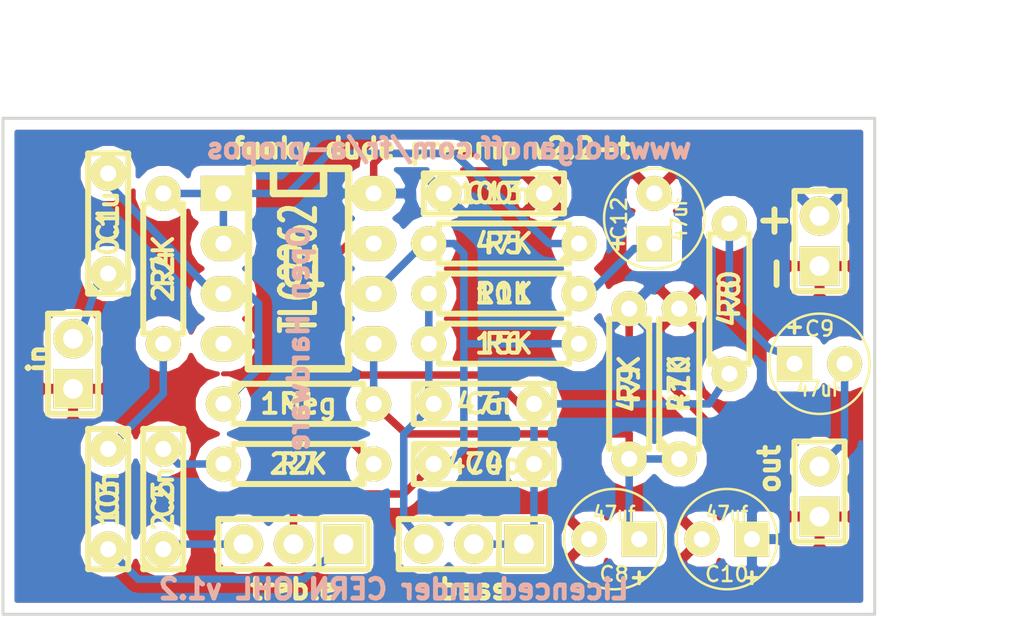
<source format=kicad_pcb>
(kicad_pcb (version 4) (host pcbnew 4.0.2+e4-6225~38~ubuntu16.04.1-stable)

  (general
    (links 42)
    (no_connects 0)
    (area 141.9098 99.893 198.119 130.8862)
    (thickness 1.6)
    (drawings 16)
    (tracks 101)
    (zones 0)
    (modules 25)
    (nets 17)
  )

  (page A4)
  (title_block
    (rev "2.0 - tth")
  )

  (layers
    (0 F.Cu signal)
    (31 B.Cu signal)
    (32 B.Adhes user)
    (33 F.Adhes user)
    (34 B.Paste user)
    (35 F.Paste user)
    (36 B.SilkS user)
    (37 F.SilkS user)
    (38 B.Mask user)
    (39 F.Mask user)
    (40 Dwgs.User user)
    (41 Cmts.User user)
    (42 Eco1.User user)
    (43 Eco2.User user)
    (44 Edge.Cuts user)
  )

  (setup
    (last_trace_width 0.381)
    (trace_clearance 0.381)
    (zone_clearance 0.508)
    (zone_45_only no)
    (trace_min 0.381)
    (segment_width 0.2)
    (edge_width 0.15)
    (via_size 0.762)
    (via_drill 0.508)
    (via_min_size 0.635)
    (via_min_drill 0.508)
    (uvia_size 0.508)
    (uvia_drill 0.127)
    (uvias_allowed no)
    (uvia_min_size 0.508)
    (uvia_min_drill 0.127)
    (pcb_text_width 0.3)
    (pcb_text_size 1.5 1.5)
    (mod_edge_width 0.15)
    (mod_text_size 1.5 1.5)
    (mod_text_width 0.15)
    (pad_size 2 2)
    (pad_drill 1)
    (pad_to_mask_clearance 0.2)
    (aux_axis_origin 0 0)
    (grid_origin 139.827 133.223)
    (visible_elements 7FFEFD7F)
    (pcbplotparams
      (layerselection 0x010f0_80000001)
      (usegerberextensions true)
      (excludeedgelayer true)
      (linewidth 0.150000)
      (plotframeref false)
      (viasonmask false)
      (mode 1)
      (useauxorigin false)
      (hpglpennumber 1)
      (hpglpenspeed 20)
      (hpglpendiameter 15)
      (hpglpenoverlay 2)
      (psnegative false)
      (psa4output false)
      (plotreference true)
      (plotvalue false)
      (plotinvisibletext false)
      (padsonsilk false)
      (subtractmaskfromsilk true)
      (outputformat 1)
      (mirror false)
      (drillshape 0)
      (scaleselection 1)
      (outputdirectory plots/))
  )

  (net 0 "")
  (net 1 +9V)
  (net 2 GND)
  (net 3 Vref)
  (net 4 "Net-(C1-Pad1)")
  (net 5 "Net-(C1-Pad2)")
  (net 6 "Net-(C3-Pad1)")
  (net 7 "Net-(C3-Pad2)")
  (net 8 "Net-(C4-Pad1)")
  (net 9 "Net-(C4-Pad2)")
  (net 10 "Net-(C5-Pad1)")
  (net 11 "Net-(C5-Pad2)")
  (net 12 "Net-(C6-Pad1)")
  (net 13 "Net-(C9-Pad1)")
  (net 14 "Net-(C9-Pad2)")
  (net 15 "Net-(C12-Pad1)")
  (net 16 "Net-(R4-Pad1)")

  (net_class Default "Ceci est la Netclass par défaut"
    (clearance 0.381)
    (trace_width 0.381)
    (via_dia 0.762)
    (via_drill 0.508)
    (uvia_dia 0.508)
    (uvia_drill 0.127)
    (add_net +9V)
    (add_net GND)
    (add_net "Net-(C1-Pad1)")
    (add_net "Net-(C1-Pad2)")
    (add_net "Net-(C12-Pad1)")
    (add_net "Net-(C3-Pad1)")
    (add_net "Net-(C3-Pad2)")
    (add_net "Net-(C4-Pad1)")
    (add_net "Net-(C4-Pad2)")
    (add_net "Net-(C5-Pad1)")
    (add_net "Net-(C5-Pad2)")
    (add_net "Net-(C6-Pad1)")
    (add_net "Net-(C9-Pad1)")
    (add_net "Net-(C9-Pad2)")
    (add_net "Net-(R4-Pad1)")
    (add_net Vref)
  )

  (module Custom:C2-LARGE_PADS (layer F.Cu) (tedit 544816E5) (tstamp 544786B5)
    (at 147.701 110.871 90)
    (descr "Condensateur = 2 pas")
    (tags C)
    (path /5194A946)
    (fp_text reference C1 (at 0 0 90) (layer F.SilkS)
      (effects (font (size 1 1) (thickness 0.2032)))
    )
    (fp_text value 0.1u (at 0 0 90) (layer F.SilkS)
      (effects (font (size 1 1) (thickness 0.2032)))
    )
    (fp_line (start -3.556 -1.016) (end 3.556 -1.016) (layer F.SilkS) (width 0.3048))
    (fp_line (start 3.556 -1.016) (end 3.556 1.016) (layer F.SilkS) (width 0.3048))
    (fp_line (start 3.556 1.016) (end -3.556 1.016) (layer F.SilkS) (width 0.3048))
    (fp_line (start -3.556 1.016) (end -3.556 -1.016) (layer F.SilkS) (width 0.3048))
    (fp_line (start -3.556 -0.508) (end -3.048 -1.016) (layer F.SilkS) (width 0.3048))
    (pad 1 thru_hole circle (at -2.54 0 90) (size 1.778 1.778) (drill 0.8128) (layers *.Cu *.Mask F.SilkS)
      (net 4 "Net-(C1-Pad1)"))
    (pad 2 thru_hole circle (at 2.54 0 90) (size 1.778 1.778) (drill 0.8128) (layers *.Cu *.Mask F.SilkS)
      (net 5 "Net-(C1-Pad2)"))
    (model discret/capa_2pas_5x5mm.wrl
      (at (xyz 0 0 0))
      (scale (xyz 1 1 1))
      (rotate (xyz 0 0 0))
    )
  )

  (module Custom:C2-LARGE_PADS (layer F.Cu) (tedit 544816E5) (tstamp 544786BF)
    (at 147.701 124.841 270)
    (descr "Condensateur = 2 pas")
    (tags C)
    (path /5194A4FE)
    (fp_text reference C3 (at 0 0 270) (layer F.SilkS)
      (effects (font (size 1 1) (thickness 0.2032)))
    )
    (fp_text value 10n (at 0 0 270) (layer F.SilkS)
      (effects (font (size 1 1) (thickness 0.2032)))
    )
    (fp_line (start -3.556 -1.016) (end 3.556 -1.016) (layer F.SilkS) (width 0.3048))
    (fp_line (start 3.556 -1.016) (end 3.556 1.016) (layer F.SilkS) (width 0.3048))
    (fp_line (start 3.556 1.016) (end -3.556 1.016) (layer F.SilkS) (width 0.3048))
    (fp_line (start -3.556 1.016) (end -3.556 -1.016) (layer F.SilkS) (width 0.3048))
    (fp_line (start -3.556 -0.508) (end -3.048 -1.016) (layer F.SilkS) (width 0.3048))
    (pad 1 thru_hole circle (at -2.54 0 270) (size 1.778 1.778) (drill 0.8128) (layers *.Cu *.Mask F.SilkS)
      (net 6 "Net-(C3-Pad1)"))
    (pad 2 thru_hole circle (at 2.54 0 270) (size 1.778 1.778) (drill 0.8128) (layers *.Cu *.Mask F.SilkS)
      (net 7 "Net-(C3-Pad2)"))
    (model discret/capa_2pas_5x5mm.wrl
      (at (xyz 0 0 0))
      (scale (xyz 1 1 1))
      (rotate (xyz 0 0 0))
    )
  )

  (module Custom:C2-LARGE_PADS (layer F.Cu) (tedit 544816E5) (tstamp 5460ADB0)
    (at 166.751 123.063)
    (descr "Condensateur = 2 pas")
    (tags C)
    (path /5194A574)
    (fp_text reference C4 (at 0 0) (layer F.SilkS)
      (effects (font (size 1 1) (thickness 0.2032)))
    )
    (fp_text value 470p (at 0 0) (layer F.SilkS)
      (effects (font (size 1 1) (thickness 0.2032)))
    )
    (fp_line (start -3.556 -1.016) (end 3.556 -1.016) (layer F.SilkS) (width 0.3048))
    (fp_line (start 3.556 -1.016) (end 3.556 1.016) (layer F.SilkS) (width 0.3048))
    (fp_line (start 3.556 1.016) (end -3.556 1.016) (layer F.SilkS) (width 0.3048))
    (fp_line (start -3.556 1.016) (end -3.556 -1.016) (layer F.SilkS) (width 0.3048))
    (fp_line (start -3.556 -0.508) (end -3.048 -1.016) (layer F.SilkS) (width 0.3048))
    (pad 1 thru_hole circle (at -2.54 0) (size 1.778 1.778) (drill 0.8128) (layers *.Cu *.Mask F.SilkS)
      (net 8 "Net-(C4-Pad1)"))
    (pad 2 thru_hole circle (at 2.54 0) (size 1.778 1.778) (drill 0.8128) (layers *.Cu *.Mask F.SilkS)
      (net 9 "Net-(C4-Pad2)"))
    (model discret/capa_2pas_5x5mm.wrl
      (at (xyz 0 0 0))
      (scale (xyz 1 1 1))
      (rotate (xyz 0 0 0))
    )
  )

  (module Custom:C2-LARGE_PADS (layer F.Cu) (tedit 544816E5) (tstamp 544786C9)
    (at 150.495 124.841 90)
    (descr "Condensateur = 2 pas")
    (tags C)
    (path /5194A52D)
    (fp_text reference C5 (at 0 0 90) (layer F.SilkS)
      (effects (font (size 1 1) (thickness 0.2032)))
    )
    (fp_text value 2.2n (at 0 0 90) (layer F.SilkS)
      (effects (font (size 1 1) (thickness 0.2032)))
    )
    (fp_line (start -3.556 -1.016) (end 3.556 -1.016) (layer F.SilkS) (width 0.3048))
    (fp_line (start 3.556 -1.016) (end 3.556 1.016) (layer F.SilkS) (width 0.3048))
    (fp_line (start 3.556 1.016) (end -3.556 1.016) (layer F.SilkS) (width 0.3048))
    (fp_line (start -3.556 1.016) (end -3.556 -1.016) (layer F.SilkS) (width 0.3048))
    (fp_line (start -3.556 -0.508) (end -3.048 -1.016) (layer F.SilkS) (width 0.3048))
    (pad 1 thru_hole circle (at -2.54 0 90) (size 1.778 1.778) (drill 0.8128) (layers *.Cu *.Mask F.SilkS)
      (net 10 "Net-(C5-Pad1)"))
    (pad 2 thru_hole circle (at 2.54 0 90) (size 1.778 1.778) (drill 0.8128) (layers *.Cu *.Mask F.SilkS)
      (net 11 "Net-(C5-Pad2)"))
    (model discret/capa_2pas_5x5mm.wrl
      (at (xyz 0 0 0))
      (scale (xyz 1 1 1))
      (rotate (xyz 0 0 0))
    )
  )

  (module Custom:C2-LARGE_PADS (layer F.Cu) (tedit 544816E5) (tstamp 54479BFD)
    (at 166.751 120.015)
    (descr "Condensateur = 2 pas")
    (tags C)
    (path /5194A58C)
    (fp_text reference C6 (at 0 0) (layer F.SilkS)
      (effects (font (size 1 1) (thickness 0.2032)))
    )
    (fp_text value 47n (at 0 0) (layer F.SilkS)
      (effects (font (size 1 1) (thickness 0.2032)))
    )
    (fp_line (start -3.556 -1.016) (end 3.556 -1.016) (layer F.SilkS) (width 0.3048))
    (fp_line (start 3.556 -1.016) (end 3.556 1.016) (layer F.SilkS) (width 0.3048))
    (fp_line (start 3.556 1.016) (end -3.556 1.016) (layer F.SilkS) (width 0.3048))
    (fp_line (start -3.556 1.016) (end -3.556 -1.016) (layer F.SilkS) (width 0.3048))
    (fp_line (start -3.556 -0.508) (end -3.048 -1.016) (layer F.SilkS) (width 0.3048))
    (pad 1 thru_hole circle (at -2.54 0) (size 1.778 1.778) (drill 0.8128) (layers *.Cu *.Mask F.SilkS)
      (net 12 "Net-(C6-Pad1)"))
    (pad 2 thru_hole circle (at 2.54 0) (size 1.778 1.778) (drill 0.8128) (layers *.Cu *.Mask F.SilkS)
      (net 9 "Net-(C4-Pad2)"))
    (model discret/capa_2pas_5x5mm.wrl
      (at (xyz 0 0 0))
      (scale (xyz 1 1 1))
      (rotate (xyz 0 0 0))
    )
  )

  (module Custom:C1V5-LARGE_PADS (layer F.Cu) (tedit 545FB66B) (tstamp 5460A5D2)
    (at 173.355 126.873 180)
    (descr "Condensateur e = 1 pas")
    (tags C)
    (path /5194B4BA)
    (fp_text reference C8 (at 0 -1.778 180) (layer F.SilkS)
      (effects (font (size 0.762 0.762) (thickness 0.127)))
    )
    (fp_text value 47uf (at 0 1.27 180) (layer F.SilkS)
      (effects (font (size 0.762 0.635) (thickness 0.127)))
    )
    (fp_text user + (at -1.27 -1.905 180) (layer F.SilkS)
      (effects (font (size 0.762 0.762) (thickness 0.1778)))
    )
    (fp_circle (center 0 0) (end 0.127 -2.54) (layer F.SilkS) (width 0.127))
    (pad 1 thru_hole rect (at -1.27 0 180) (size 1.778 1.778) (drill 0.8128) (layers *.Cu *.Mask F.SilkS)
      (net 3 Vref))
    (pad 2 thru_hole circle (at 1.27 0 180) (size 1.778 1.778) (drill 0.8128) (layers *.Cu *.Mask F.SilkS)
      (net 2 GND))
    (model discret/c_vert_c1v5.wrl
      (at (xyz 0 0 0))
      (scale (xyz 1 1 1))
      (rotate (xyz 0 0 0))
    )
  )

  (module Custom:C1V5-LARGE_PADS (layer F.Cu) (tedit 545FB66B) (tstamp 544786DD)
    (at 183.769 117.983)
    (descr "Condensateur e = 1 pas")
    (tags C)
    (path /5194ADAA)
    (fp_text reference C9 (at 0 -1.778) (layer F.SilkS)
      (effects (font (size 0.762 0.762) (thickness 0.127)))
    )
    (fp_text value 47uF (at 0 1.27) (layer F.SilkS)
      (effects (font (size 0.762 0.635) (thickness 0.127)))
    )
    (fp_text user + (at -1.27 -1.905) (layer F.SilkS)
      (effects (font (size 0.762 0.762) (thickness 0.1778)))
    )
    (fp_circle (center 0 0) (end 0.127 -2.54) (layer F.SilkS) (width 0.127))
    (pad 1 thru_hole rect (at -1.27 0) (size 1.778 1.778) (drill 0.8128) (layers *.Cu *.Mask F.SilkS)
      (net 13 "Net-(C9-Pad1)"))
    (pad 2 thru_hole circle (at 1.27 0) (size 1.778 1.778) (drill 0.8128) (layers *.Cu *.Mask F.SilkS)
      (net 14 "Net-(C9-Pad2)"))
    (model discret/c_vert_c1v5.wrl
      (at (xyz 0 0 0))
      (scale (xyz 1 1 1))
      (rotate (xyz 0 0 0))
    )
  )

  (module Custom:C1V5-LARGE_PADS (layer F.Cu) (tedit 545FB66B) (tstamp 5460A5DB)
    (at 179.07 126.873 180)
    (descr "Condensateur e = 1 pas")
    (tags C)
    (path /5194B4C5)
    (fp_text reference C10 (at 0 -1.778 180) (layer F.SilkS)
      (effects (font (size 0.762 0.762) (thickness 0.127)))
    )
    (fp_text value 47uf (at 0 1.27 180) (layer F.SilkS)
      (effects (font (size 0.762 0.635) (thickness 0.127)))
    )
    (fp_text user + (at -1.27 -1.905 180) (layer F.SilkS)
      (effects (font (size 0.762 0.762) (thickness 0.1778)))
    )
    (fp_circle (center 0 0) (end 0.127 -2.54) (layer F.SilkS) (width 0.127))
    (pad 1 thru_hole rect (at -1.27 0 180) (size 1.778 1.778) (drill 0.8128) (layers *.Cu *.Mask F.SilkS)
      (net 1 +9V))
    (pad 2 thru_hole circle (at 1.27 0 180) (size 1.778 1.778) (drill 0.8128) (layers *.Cu *.Mask F.SilkS)
      (net 2 GND))
    (model discret/c_vert_c1v5.wrl
      (at (xyz 0 0 0))
      (scale (xyz 1 1 1))
      (rotate (xyz 0 0 0))
    )
  )

  (module Custom:C1V5-LARGE_PADS (layer F.Cu) (tedit 545FB66B) (tstamp 544786E7)
    (at 175.387 110.617 90)
    (descr "Condensateur e = 1 pas")
    (tags C)
    (path /5194AE1B)
    (fp_text reference C12 (at 0 -1.778 90) (layer F.SilkS)
      (effects (font (size 0.762 0.762) (thickness 0.127)))
    )
    (fp_text value 47uF (at 0 1.27 90) (layer F.SilkS)
      (effects (font (size 0.762 0.635) (thickness 0.127)))
    )
    (fp_text user + (at -1.27 -1.905 90) (layer F.SilkS)
      (effects (font (size 0.762 0.762) (thickness 0.1778)))
    )
    (fp_circle (center 0 0) (end 0.127 -2.54) (layer F.SilkS) (width 0.127))
    (pad 1 thru_hole rect (at -1.27 0 90) (size 1.778 1.778) (drill 0.8128) (layers *.Cu *.Mask F.SilkS)
      (net 15 "Net-(C12-Pad1)"))
    (pad 2 thru_hole circle (at 1.27 0 90) (size 1.778 1.778) (drill 0.8128) (layers *.Cu *.Mask F.SilkS)
      (net 2 GND))
    (model discret/c_vert_c1v5.wrl
      (at (xyz 0 0 0))
      (scale (xyz 1 1 1))
      (rotate (xyz 0 0 0))
    )
  )

  (module Custom:C2-LARGE_PADS (layer F.Cu) (tedit 544816E5) (tstamp 544786EC)
    (at 167.259 109.347)
    (descr "Condensateur = 2 pas")
    (tags C)
    (path /535640CD)
    (fp_text reference C13 (at 0 0) (layer F.SilkS)
      (effects (font (size 1 1) (thickness 0.2032)))
    )
    (fp_text value 100n (at 0 0) (layer F.SilkS)
      (effects (font (size 1 1) (thickness 0.2032)))
    )
    (fp_line (start -3.556 -1.016) (end 3.556 -1.016) (layer F.SilkS) (width 0.3048))
    (fp_line (start 3.556 -1.016) (end 3.556 1.016) (layer F.SilkS) (width 0.3048))
    (fp_line (start 3.556 1.016) (end -3.556 1.016) (layer F.SilkS) (width 0.3048))
    (fp_line (start -3.556 1.016) (end -3.556 -1.016) (layer F.SilkS) (width 0.3048))
    (fp_line (start -3.556 -0.508) (end -3.048 -1.016) (layer F.SilkS) (width 0.3048))
    (pad 1 thru_hole circle (at -2.54 0) (size 1.778 1.778) (drill 0.8128) (layers *.Cu *.Mask F.SilkS)
      (net 1 +9V))
    (pad 2 thru_hole circle (at 2.54 0) (size 1.778 1.778) (drill 0.8128) (layers *.Cu *.Mask F.SilkS)
      (net 2 GND))
    (model discret/capa_2pas_5x5mm.wrl
      (at (xyz 0 0 0))
      (scale (xyz 1 1 1))
      (rotate (xyz 0 0 0))
    )
  )

  (module Custom:R3-LARGE_PADS (layer F.Cu) (tedit 544816C3) (tstamp 54478700)
    (at 157.353 120.015)
    (descr "Resitance 3 pas")
    (tags R)
    (path /51B1A73D)
    (autoplace_cost180 10)
    (fp_text reference R1 (at 0 0) (layer F.SilkS)
      (effects (font (size 1 1) (thickness 0.2032)))
    )
    (fp_text value 1Meg (at 0 0) (layer F.SilkS)
      (effects (font (size 1 1) (thickness 0.2032)))
    )
    (fp_line (start -3.81 0) (end -3.302 0) (layer F.SilkS) (width 0.3048))
    (fp_line (start 3.81 0) (end 3.302 0) (layer F.SilkS) (width 0.3048))
    (fp_line (start 3.302 0) (end 3.302 -1.016) (layer F.SilkS) (width 0.3048))
    (fp_line (start 3.302 -1.016) (end -3.302 -1.016) (layer F.SilkS) (width 0.3048))
    (fp_line (start -3.302 -1.016) (end -3.302 1.016) (layer F.SilkS) (width 0.3048))
    (fp_line (start -3.302 1.016) (end 3.302 1.016) (layer F.SilkS) (width 0.3048))
    (fp_line (start 3.302 1.016) (end 3.302 0) (layer F.SilkS) (width 0.3048))
    (fp_line (start -3.302 -0.508) (end -2.794 -1.016) (layer F.SilkS) (width 0.3048))
    (pad 1 thru_hole circle (at -3.81 0) (size 1.778 1.778) (drill 0.8128) (layers *.Cu *.Mask F.SilkS)
      (net 5 "Net-(C1-Pad2)"))
    (pad 2 thru_hole circle (at 3.81 0) (size 1.778 1.778) (drill 0.8128) (layers *.Cu *.Mask F.SilkS)
      (net 3 Vref))
    (model discret/resistor.wrl
      (at (xyz 0 0 0))
      (scale (xyz 0.3 0.3 0.3))
      (rotate (xyz 0 0 0))
    )
  )

  (module Custom:R3-LARGE_PADS (layer F.Cu) (tedit 544816C3) (tstamp 54478714)
    (at 167.767 111.887 180)
    (descr "Resitance 3 pas")
    (tags R)
    (path /5194A4D6)
    (autoplace_cost180 10)
    (fp_text reference R5 (at 0 0 180) (layer F.SilkS)
      (effects (font (size 1 1) (thickness 0.2032)))
    )
    (fp_text value 47K (at 0 0 180) (layer F.SilkS)
      (effects (font (size 1 1) (thickness 0.2032)))
    )
    (fp_line (start -3.81 0) (end -3.302 0) (layer F.SilkS) (width 0.3048))
    (fp_line (start 3.81 0) (end 3.302 0) (layer F.SilkS) (width 0.3048))
    (fp_line (start 3.302 0) (end 3.302 -1.016) (layer F.SilkS) (width 0.3048))
    (fp_line (start 3.302 -1.016) (end -3.302 -1.016) (layer F.SilkS) (width 0.3048))
    (fp_line (start -3.302 -1.016) (end -3.302 1.016) (layer F.SilkS) (width 0.3048))
    (fp_line (start -3.302 1.016) (end 3.302 1.016) (layer F.SilkS) (width 0.3048))
    (fp_line (start 3.302 1.016) (end 3.302 0) (layer F.SilkS) (width 0.3048))
    (fp_line (start -3.302 -0.508) (end -2.794 -1.016) (layer F.SilkS) (width 0.3048))
    (pad 1 thru_hole circle (at -3.81 0 180) (size 1.778 1.778) (drill 0.8128) (layers *.Cu *.Mask F.SilkS)
      (net 16 "Net-(R4-Pad1)"))
    (pad 2 thru_hole circle (at 3.81 0 180) (size 1.778 1.778) (drill 0.8128) (layers *.Cu *.Mask F.SilkS)
      (net 8 "Net-(C4-Pad1)"))
    (model discret/resistor.wrl
      (at (xyz 0 0 0))
      (scale (xyz 0.3 0.3 0.3))
      (rotate (xyz 0 0 0))
    )
  )

  (module Custom:R3-LARGE_PADS (layer F.Cu) (tedit 544816C3) (tstamp 54478719)
    (at 167.767 116.967)
    (descr "Resitance 3 pas")
    (tags R)
    (path /5194A4EE)
    (autoplace_cost180 10)
    (fp_text reference R6 (at 0 0) (layer F.SilkS)
      (effects (font (size 1 1) (thickness 0.2032)))
    )
    (fp_text value 15K (at 0 0) (layer F.SilkS)
      (effects (font (size 1 1) (thickness 0.2032)))
    )
    (fp_line (start -3.81 0) (end -3.302 0) (layer F.SilkS) (width 0.3048))
    (fp_line (start 3.81 0) (end 3.302 0) (layer F.SilkS) (width 0.3048))
    (fp_line (start 3.302 0) (end 3.302 -1.016) (layer F.SilkS) (width 0.3048))
    (fp_line (start 3.302 -1.016) (end -3.302 -1.016) (layer F.SilkS) (width 0.3048))
    (fp_line (start -3.302 -1.016) (end -3.302 1.016) (layer F.SilkS) (width 0.3048))
    (fp_line (start -3.302 1.016) (end 3.302 1.016) (layer F.SilkS) (width 0.3048))
    (fp_line (start 3.302 1.016) (end 3.302 0) (layer F.SilkS) (width 0.3048))
    (fp_line (start -3.302 -0.508) (end -2.794 -1.016) (layer F.SilkS) (width 0.3048))
    (pad 1 thru_hole circle (at -3.81 0) (size 1.778 1.778) (drill 0.8128) (layers *.Cu *.Mask F.SilkS)
      (net 12 "Net-(C6-Pad1)"))
    (pad 2 thru_hole circle (at 3.81 0) (size 1.778 1.778) (drill 0.8128) (layers *.Cu *.Mask F.SilkS)
      (net 8 "Net-(C4-Pad1)"))
    (model discret/resistor.wrl
      (at (xyz 0 0 0))
      (scale (xyz 0.3 0.3 0.3))
      (rotate (xyz 0 0 0))
    )
  )

  (module Custom:R3-LARGE_PADS (layer F.Cu) (tedit 544816C3) (tstamp 5447871E)
    (at 157.353 123.063 180)
    (descr "Resitance 3 pas")
    (tags R)
    (path /53563E86)
    (autoplace_cost180 10)
    (fp_text reference R7 (at 0 0 180) (layer F.SilkS)
      (effects (font (size 1 1) (thickness 0.2032)))
    )
    (fp_text value 22K (at 0 0 180) (layer F.SilkS)
      (effects (font (size 1 1) (thickness 0.2032)))
    )
    (fp_line (start -3.81 0) (end -3.302 0) (layer F.SilkS) (width 0.3048))
    (fp_line (start 3.81 0) (end 3.302 0) (layer F.SilkS) (width 0.3048))
    (fp_line (start 3.302 0) (end 3.302 -1.016) (layer F.SilkS) (width 0.3048))
    (fp_line (start 3.302 -1.016) (end -3.302 -1.016) (layer F.SilkS) (width 0.3048))
    (fp_line (start -3.302 -1.016) (end -3.302 1.016) (layer F.SilkS) (width 0.3048))
    (fp_line (start -3.302 1.016) (end 3.302 1.016) (layer F.SilkS) (width 0.3048))
    (fp_line (start 3.302 1.016) (end 3.302 0) (layer F.SilkS) (width 0.3048))
    (fp_line (start -3.302 -0.508) (end -2.794 -1.016) (layer F.SilkS) (width 0.3048))
    (pad 1 thru_hole circle (at -3.81 0 180) (size 1.778 1.778) (drill 0.8128) (layers *.Cu *.Mask F.SilkS)
      (net 9 "Net-(C4-Pad2)"))
    (pad 2 thru_hole circle (at 3.81 0 180) (size 1.778 1.778) (drill 0.8128) (layers *.Cu *.Mask F.SilkS)
      (net 11 "Net-(C5-Pad2)"))
    (model discret/resistor.wrl
      (at (xyz 0 0 0))
      (scale (xyz 0.3 0.3 0.3))
      (rotate (xyz 0 0 0))
    )
  )

  (module Custom:R3-LARGE_PADS (layer F.Cu) (tedit 544816C3) (tstamp 54478723)
    (at 179.197 114.681 90)
    (descr "Resitance 3 pas")
    (tags R)
    (path /54480D1F)
    (autoplace_cost180 10)
    (fp_text reference R8 (at 0 0 90) (layer F.SilkS)
      (effects (font (size 1 1) (thickness 0.2032)))
    )
    (fp_text value 470 (at 0 0 90) (layer F.SilkS)
      (effects (font (size 1 1) (thickness 0.2032)))
    )
    (fp_line (start -3.81 0) (end -3.302 0) (layer F.SilkS) (width 0.3048))
    (fp_line (start 3.81 0) (end 3.302 0) (layer F.SilkS) (width 0.3048))
    (fp_line (start 3.302 0) (end 3.302 -1.016) (layer F.SilkS) (width 0.3048))
    (fp_line (start 3.302 -1.016) (end -3.302 -1.016) (layer F.SilkS) (width 0.3048))
    (fp_line (start -3.302 -1.016) (end -3.302 1.016) (layer F.SilkS) (width 0.3048))
    (fp_line (start -3.302 1.016) (end 3.302 1.016) (layer F.SilkS) (width 0.3048))
    (fp_line (start 3.302 1.016) (end 3.302 0) (layer F.SilkS) (width 0.3048))
    (fp_line (start -3.302 -0.508) (end -2.794 -1.016) (layer F.SilkS) (width 0.3048))
    (pad 1 thru_hole circle (at -3.81 0 90) (size 1.778 1.778) (drill 0.8128) (layers *.Cu *.Mask F.SilkS)
      (net 9 "Net-(C4-Pad2)"))
    (pad 2 thru_hole circle (at 3.81 0 90) (size 1.778 1.778) (drill 0.8128) (layers *.Cu *.Mask F.SilkS)
      (net 13 "Net-(C9-Pad1)"))
    (model discret/resistor.wrl
      (at (xyz 0 0 0))
      (scale (xyz 0.3 0.3 0.3))
      (rotate (xyz 0 0 0))
    )
  )

  (module Custom:R3-LARGE_PADS (layer F.Cu) (tedit 544816C3) (tstamp 54478728)
    (at 174.117 118.999 270)
    (descr "Resitance 3 pas")
    (tags R)
    (path /5194B4AA)
    (autoplace_cost180 10)
    (fp_text reference R9 (at 0 0 270) (layer F.SilkS)
      (effects (font (size 1 1) (thickness 0.2032)))
    )
    (fp_text value 47K (at 0 0 270) (layer F.SilkS)
      (effects (font (size 1 1) (thickness 0.2032)))
    )
    (fp_line (start -3.81 0) (end -3.302 0) (layer F.SilkS) (width 0.3048))
    (fp_line (start 3.81 0) (end 3.302 0) (layer F.SilkS) (width 0.3048))
    (fp_line (start 3.302 0) (end 3.302 -1.016) (layer F.SilkS) (width 0.3048))
    (fp_line (start 3.302 -1.016) (end -3.302 -1.016) (layer F.SilkS) (width 0.3048))
    (fp_line (start -3.302 -1.016) (end -3.302 1.016) (layer F.SilkS) (width 0.3048))
    (fp_line (start -3.302 1.016) (end 3.302 1.016) (layer F.SilkS) (width 0.3048))
    (fp_line (start 3.302 1.016) (end 3.302 0) (layer F.SilkS) (width 0.3048))
    (fp_line (start -3.302 -0.508) (end -2.794 -1.016) (layer F.SilkS) (width 0.3048))
    (pad 1 thru_hole circle (at -3.81 0 270) (size 1.778 1.778) (drill 0.8128) (layers *.Cu *.Mask F.SilkS)
      (net 1 +9V))
    (pad 2 thru_hole circle (at 3.81 0 270) (size 1.778 1.778) (drill 0.8128) (layers *.Cu *.Mask F.SilkS)
      (net 3 Vref))
    (model discret/resistor.wrl
      (at (xyz 0 0 0))
      (scale (xyz 0.3 0.3 0.3))
      (rotate (xyz 0 0 0))
    )
  )

  (module Custom:R3-LARGE_PADS (layer F.Cu) (tedit 544816C3) (tstamp 5447872D)
    (at 176.657 118.999 90)
    (descr "Resitance 3 pas")
    (tags R)
    (path /5194B4B0)
    (autoplace_cost180 10)
    (fp_text reference R10 (at 0 0 90) (layer F.SilkS)
      (effects (font (size 1 1) (thickness 0.2032)))
    )
    (fp_text value 47K (at 0 0 90) (layer F.SilkS)
      (effects (font (size 1 1) (thickness 0.2032)))
    )
    (fp_line (start -3.81 0) (end -3.302 0) (layer F.SilkS) (width 0.3048))
    (fp_line (start 3.81 0) (end 3.302 0) (layer F.SilkS) (width 0.3048))
    (fp_line (start 3.302 0) (end 3.302 -1.016) (layer F.SilkS) (width 0.3048))
    (fp_line (start 3.302 -1.016) (end -3.302 -1.016) (layer F.SilkS) (width 0.3048))
    (fp_line (start -3.302 -1.016) (end -3.302 1.016) (layer F.SilkS) (width 0.3048))
    (fp_line (start -3.302 1.016) (end 3.302 1.016) (layer F.SilkS) (width 0.3048))
    (fp_line (start 3.302 1.016) (end 3.302 0) (layer F.SilkS) (width 0.3048))
    (fp_line (start -3.302 -0.508) (end -2.794 -1.016) (layer F.SilkS) (width 0.3048))
    (pad 1 thru_hole circle (at -3.81 0 90) (size 1.778 1.778) (drill 0.8128) (layers *.Cu *.Mask F.SilkS)
      (net 3 Vref))
    (pad 2 thru_hole circle (at 3.81 0 90) (size 1.778 1.778) (drill 0.8128) (layers *.Cu *.Mask F.SilkS)
      (net 2 GND))
    (model discret/resistor.wrl
      (at (xyz 0 0 0))
      (scale (xyz 0.3 0.3 0.3))
      (rotate (xyz 0 0 0))
    )
  )

  (module Custom:R3-LARGE_PADS (layer F.Cu) (tedit 544816C3) (tstamp 54478732)
    (at 167.767 114.427)
    (descr "Resitance 3 pas")
    (tags R)
    (path /5194AE28)
    (autoplace_cost180 10)
    (fp_text reference R11 (at 0 0) (layer F.SilkS)
      (effects (font (size 1 1) (thickness 0.2032)))
    )
    (fp_text value 10K (at 0 0) (layer F.SilkS)
      (effects (font (size 1 1) (thickness 0.2032)))
    )
    (fp_line (start -3.81 0) (end -3.302 0) (layer F.SilkS) (width 0.3048))
    (fp_line (start 3.81 0) (end 3.302 0) (layer F.SilkS) (width 0.3048))
    (fp_line (start 3.302 0) (end 3.302 -1.016) (layer F.SilkS) (width 0.3048))
    (fp_line (start 3.302 -1.016) (end -3.302 -1.016) (layer F.SilkS) (width 0.3048))
    (fp_line (start -3.302 -1.016) (end -3.302 1.016) (layer F.SilkS) (width 0.3048))
    (fp_line (start -3.302 1.016) (end 3.302 1.016) (layer F.SilkS) (width 0.3048))
    (fp_line (start 3.302 1.016) (end 3.302 0) (layer F.SilkS) (width 0.3048))
    (fp_line (start -3.302 -0.508) (end -2.794 -1.016) (layer F.SilkS) (width 0.3048))
    (pad 1 thru_hole circle (at -3.81 0) (size 1.778 1.778) (drill 0.8128) (layers *.Cu *.Mask F.SilkS)
      (net 12 "Net-(C6-Pad1)"))
    (pad 2 thru_hole circle (at 3.81 0) (size 1.778 1.778) (drill 0.8128) (layers *.Cu *.Mask F.SilkS)
      (net 15 "Net-(C12-Pad1)"))
    (model discret/resistor.wrl
      (at (xyz 0 0 0))
      (scale (xyz 0.3 0.3 0.3))
      (rotate (xyz 0 0 0))
    )
  )

  (module Custom:R3-LARGE_PADS (layer F.Cu) (tedit 544816C3) (tstamp 544787BC)
    (at 150.495 113.157 270)
    (descr "Resitance 3 pas")
    (tags R)
    (path /53563E77)
    (autoplace_cost180 10)
    (fp_text reference R4 (at 0 0 270) (layer F.SilkS)
      (effects (font (size 1 1) (thickness 0.2032)))
    )
    (fp_text value 2.2K (at 0 0 270) (layer F.SilkS)
      (effects (font (size 1 1) (thickness 0.2032)))
    )
    (fp_line (start -3.81 0) (end -3.302 0) (layer F.SilkS) (width 0.3048))
    (fp_line (start 3.81 0) (end 3.302 0) (layer F.SilkS) (width 0.3048))
    (fp_line (start 3.302 0) (end 3.302 -1.016) (layer F.SilkS) (width 0.3048))
    (fp_line (start 3.302 -1.016) (end -3.302 -1.016) (layer F.SilkS) (width 0.3048))
    (fp_line (start -3.302 -1.016) (end -3.302 1.016) (layer F.SilkS) (width 0.3048))
    (fp_line (start -3.302 1.016) (end 3.302 1.016) (layer F.SilkS) (width 0.3048))
    (fp_line (start 3.302 1.016) (end 3.302 0) (layer F.SilkS) (width 0.3048))
    (fp_line (start -3.302 -0.508) (end -2.794 -1.016) (layer F.SilkS) (width 0.3048))
    (pad 1 thru_hole circle (at -3.81 0 270) (size 1.778 1.778) (drill 0.8128) (layers *.Cu *.Mask F.SilkS)
      (net 16 "Net-(R4-Pad1)"))
    (pad 2 thru_hole circle (at 3.81 0 270) (size 1.778 1.778) (drill 0.8128) (layers *.Cu *.Mask F.SilkS)
      (net 6 "Net-(C3-Pad1)"))
    (model discret/resistor.wrl
      (at (xyz 0 0 0))
      (scale (xyz 0.3 0.3 0.3))
      (rotate (xyz 0 0 0))
    )
  )

  (module Custom:SIL-3-LARGE_PADS (layer F.Cu) (tedit 5460B080) (tstamp 544813BC)
    (at 166.243 127.127 180)
    (descr "Connecteur 3 pins")
    (tags "CONN DEV")
    (path /5194AD59)
    (fp_text reference RBASS1 (at 0 -2.54 180) (layer F.SilkS) hide
      (effects (font (size 1.016 1.016) (thickness 0.254)))
    )
    (fp_text value "100K LOG" (at 0 -2.54 180) (layer F.SilkS) hide
      (effects (font (size 1.016 1.016) (thickness 0.254)))
    )
    (fp_line (start -3.81 1.27) (end -3.81 -1.27) (layer F.SilkS) (width 0.3048))
    (fp_line (start -3.81 -1.27) (end 3.81 -1.27) (layer F.SilkS) (width 0.3048))
    (fp_line (start 3.81 -1.27) (end 3.81 1.27) (layer F.SilkS) (width 0.3048))
    (fp_line (start 3.81 1.27) (end -3.81 1.27) (layer F.SilkS) (width 0.3048))
    (fp_line (start -1.27 -1.27) (end -1.27 1.27) (layer F.SilkS) (width 0.3048))
    (pad 1 thru_hole rect (at -2.54 0 180) (size 2 2) (drill 1) (layers *.Cu *.Mask F.SilkS)
      (net 9 "Net-(C4-Pad2)"))
    (pad 2 thru_hole circle (at 0 0 180) (size 2 2) (drill 1) (layers *.Cu *.Mask F.SilkS)
      (net 9 "Net-(C4-Pad2)"))
    (pad 3 thru_hole circle (at 2.54 0 180) (size 2 2) (drill 1) (layers *.Cu *.Mask F.SilkS)
      (net 12 "Net-(C6-Pad1)"))
  )

  (module Custom:SIL-3-LARGE_PADS (layer F.Cu) (tedit 5460B07C) (tstamp 544813C3)
    (at 157.099 127.127 180)
    (descr "Connecteur 3 pins")
    (tags "CONN DEV")
    (path /5194A643)
    (fp_text reference RTREBLE1 (at 0 -2.54 180) (layer F.SilkS) hide
      (effects (font (size 1.016 1.016) (thickness 0.254)))
    )
    (fp_text value "100K REVLOG" (at 0 -2.54 180) (layer F.SilkS) hide
      (effects (font (size 1.016 1.016) (thickness 0.254)))
    )
    (fp_line (start -3.81 1.27) (end -3.81 -1.27) (layer F.SilkS) (width 0.3048))
    (fp_line (start -3.81 -1.27) (end 3.81 -1.27) (layer F.SilkS) (width 0.3048))
    (fp_line (start 3.81 -1.27) (end 3.81 1.27) (layer F.SilkS) (width 0.3048))
    (fp_line (start 3.81 1.27) (end -3.81 1.27) (layer F.SilkS) (width 0.3048))
    (fp_line (start -1.27 -1.27) (end -1.27 1.27) (layer F.SilkS) (width 0.3048))
    (pad 1 thru_hole rect (at -2.54 0 180) (size 2 2) (drill 1) (layers *.Cu *.Mask F.SilkS)
      (net 7 "Net-(C3-Pad2)"))
    (pad 2 thru_hole circle (at 0 0 180) (size 2 2) (drill 1) (layers *.Cu *.Mask F.SilkS)
      (net 8 "Net-(C4-Pad1)"))
    (pad 3 thru_hole circle (at 2.54 0 180) (size 2 2) (drill 1) (layers *.Cu *.Mask F.SilkS)
      (net 10 "Net-(C5-Pad1)"))
  )

  (module Custom:SIL-2-LARGE_PADS (layer F.Cu) (tedit 5460B168) (tstamp 5448146A)
    (at 145.923 117.983 90)
    (descr "Connecteurs 2 pins")
    (tags "CONN DEV")
    (path /5194CFD4)
    (fp_text reference P1 (at 0.254 3.048 90) (layer F.SilkS) hide
      (effects (font (size 1.016 1.016) (thickness 0.254)))
    )
    (fp_text value CONN_2 (at 0 -2.54 90) (layer F.SilkS) hide
      (effects (font (size 1.016 1.016) (thickness 0.254)))
    )
    (fp_line (start -2.54 1.27) (end -2.54 -1.27) (layer F.SilkS) (width 0.3048))
    (fp_line (start -2.54 -1.27) (end 2.54 -1.27) (layer F.SilkS) (width 0.3048))
    (fp_line (start 2.54 -1.27) (end 2.54 1.27) (layer F.SilkS) (width 0.3048))
    (fp_line (start 2.54 1.27) (end -2.54 1.27) (layer F.SilkS) (width 0.3048))
    (pad 1 thru_hole rect (at -1.27 0 90) (size 2 2) (drill 1) (layers *.Cu *.Mask F.SilkS)
      (net 2 GND))
    (pad 2 thru_hole circle (at 1.27 0 90) (size 2 2) (drill 1) (layers *.Cu *.Mask F.SilkS)
      (net 4 "Net-(C1-Pad1)"))
  )

  (module Custom:SIL-2-LARGE_PADS (layer F.Cu) (tedit 5460B651) (tstamp 54481470)
    (at 183.769 124.46 90)
    (descr "Connecteurs 2 pins")
    (tags "CONN DEV")
    (path /5194D020)
    (fp_text reference P2 (at -1.016 -2.54 90) (layer F.SilkS) hide
      (effects (font (size 1.016 1.016) (thickness 0.254)))
    )
    (fp_text value CONN_2 (at 0 -2.54 90) (layer F.SilkS) hide
      (effects (font (size 1.016 1.016) (thickness 0.254)))
    )
    (fp_line (start -2.54 1.27) (end -2.54 -1.27) (layer F.SilkS) (width 0.3048))
    (fp_line (start -2.54 -1.27) (end 2.54 -1.27) (layer F.SilkS) (width 0.3048))
    (fp_line (start 2.54 -1.27) (end 2.54 1.27) (layer F.SilkS) (width 0.3048))
    (fp_line (start 2.54 1.27) (end -2.54 1.27) (layer F.SilkS) (width 0.3048))
    (pad 1 thru_hole rect (at -1.27 0 90) (size 2 2) (drill 1) (layers *.Cu *.Mask F.SilkS)
      (net 2 GND))
    (pad 2 thru_hole circle (at 1.27 0 90) (size 2 2) (drill 1) (layers *.Cu *.Mask F.SilkS)
      (net 14 "Net-(C9-Pad2)"))
  )

  (module Custom:SIL-2-LARGE_PADS (layer F.Cu) (tedit 5460B656) (tstamp 54481476)
    (at 183.769 111.76 90)
    (descr "Connecteurs 2 pins")
    (tags "CONN DEV")
    (path /51B1AC68)
    (fp_text reference P3 (at 2.794 -2.286 90) (layer F.SilkS) hide
      (effects (font (size 1.016 1.016) (thickness 0.254)))
    )
    (fp_text value CONN_2 (at 0 -2.54 90) (layer F.SilkS) hide
      (effects (font (size 1.016 1.016) (thickness 0.254)))
    )
    (fp_line (start -2.54 1.27) (end -2.54 -1.27) (layer F.SilkS) (width 0.3048))
    (fp_line (start -2.54 -1.27) (end 2.54 -1.27) (layer F.SilkS) (width 0.3048))
    (fp_line (start 2.54 -1.27) (end 2.54 1.27) (layer F.SilkS) (width 0.3048))
    (fp_line (start 2.54 1.27) (end -2.54 1.27) (layer F.SilkS) (width 0.3048))
    (pad 1 thru_hole rect (at -1.27 0 90) (size 2 2) (drill 1) (layers *.Cu *.Mask F.SilkS)
      (net 2 GND))
    (pad 2 thru_hole circle (at 1.27 0 90) (size 2 2) (drill 1) (layers *.Cu *.Mask F.SilkS)
      (net 1 +9V))
  )

  (module Custom:DIP-8_LARGE_PADS (layer F.Cu) (tedit 5460A8DC) (tstamp 5448C256)
    (at 157.353 113.157 270)
    (descr "8 pins DIL package, elliptical pads")
    (tags DIL)
    (path /51B0ED3A)
    (fp_text reference U1 (at 0 -0.254 360) (layer F.SilkS)
      (effects (font (size 1.778 1.143) (thickness 0.3048)))
    )
    (fp_text value TLC2262 (at 0 0 270) (layer F.SilkS)
      (effects (font (size 1.778 1.016) (thickness 0.3048)))
    )
    (fp_line (start -5.08 -1.27) (end -3.81 -1.27) (layer F.SilkS) (width 0.381))
    (fp_line (start -3.81 -1.27) (end -3.81 1.27) (layer F.SilkS) (width 0.381))
    (fp_line (start -3.81 1.27) (end -5.08 1.27) (layer F.SilkS) (width 0.381))
    (fp_line (start -5.08 -2.54) (end 5.08 -2.54) (layer F.SilkS) (width 0.381))
    (fp_line (start 5.08 -2.54) (end 5.08 2.54) (layer F.SilkS) (width 0.381))
    (fp_line (start 5.08 2.54) (end -5.08 2.54) (layer F.SilkS) (width 0.381))
    (fp_line (start -5.08 2.54) (end -5.08 -2.54) (layer F.SilkS) (width 0.381))
    (pad 1 thru_hole rect (at -3.81 3.81 270) (size 1.778 2.286) (drill 0.8128) (layers *.Cu *.Mask F.SilkS)
      (net 16 "Net-(R4-Pad1)"))
    (pad 2 thru_hole oval (at -1.27 3.81 270) (size 1.778 2.286) (drill 0.8128) (layers *.Cu *.Mask F.SilkS)
      (net 16 "Net-(R4-Pad1)"))
    (pad 3 thru_hole oval (at 1.27 3.81 270) (size 1.778 2.286) (drill 0.8128) (layers *.Cu *.Mask F.SilkS)
      (net 5 "Net-(C1-Pad2)"))
    (pad 4 thru_hole oval (at 3.81 3.81 270) (size 1.778 2.286) (drill 0.8128) (layers *.Cu *.Mask F.SilkS)
      (net 2 GND))
    (pad 5 thru_hole oval (at 3.81 -3.81 270) (size 1.778 2.286) (drill 0.8128) (layers *.Cu *.Mask F.SilkS)
      (net 3 Vref))
    (pad 6 thru_hole oval (at 1.27 -3.81 270) (size 1.778 2.286) (drill 0.8128) (layers *.Cu *.Mask F.SilkS)
      (net 8 "Net-(C4-Pad1)"))
    (pad 7 thru_hole oval (at -1.27 -3.81 270) (size 1.778 2.286) (drill 0.8128) (layers *.Cu *.Mask F.SilkS)
      (net 9 "Net-(C4-Pad2)"))
    (pad 8 thru_hole oval (at -3.81 -3.81 270) (size 1.778 2.286) (drill 0.8128) (layers *.Cu *.Mask F.SilkS)
      (net 1 +9V))
    (model dil/dil_8.wrl
      (at (xyz 0 0 0))
      (scale (xyz 1 1 1))
      (rotate (xyz 0 0 0))
    )
  )

  (dimension 44.196 (width 0.3) (layer Dwgs.User)
    (gr_text "44,196 mm" (at 164.465 101.393) (layer Dwgs.User)
      (effects (font (size 1.5 1.5) (thickness 0.3)))
    )
    (feature1 (pts (xy 186.563 103.505) (xy 186.563 100.043)))
    (feature2 (pts (xy 142.367 103.505) (xy 142.367 100.043)))
    (crossbar (pts (xy 142.367 102.743) (xy 186.563 102.743)))
    (arrow1a (pts (xy 186.563 102.743) (xy 185.436496 103.329421)))
    (arrow1b (pts (xy 186.563 102.743) (xy 185.436496 102.156579)))
    (arrow2a (pts (xy 142.367 102.743) (xy 143.493504 103.329421)))
    (arrow2b (pts (xy 142.367 102.743) (xy 143.493504 102.156579)))
  )
  (dimension 25.146 (width 0.3) (layer Dwgs.User)
    (gr_text "25,146 mm" (at 191.469 118.11 270) (layer Dwgs.User)
      (effects (font (size 1.5 1.5) (thickness 0.3)))
    )
    (feature1 (pts (xy 188.087 130.683) (xy 192.819 130.683)))
    (feature2 (pts (xy 188.087 105.537) (xy 192.819 105.537)))
    (crossbar (pts (xy 190.119 105.537) (xy 190.119 130.683)))
    (arrow1a (pts (xy 190.119 130.683) (xy 189.532579 129.556496)))
    (arrow1b (pts (xy 190.119 130.683) (xy 190.705421 129.556496)))
    (arrow2a (pts (xy 190.119 105.537) (xy 189.532579 106.663504)))
    (arrow2b (pts (xy 190.119 105.537) (xy 190.705421 106.663504)))
  )
  (gr_text - (at 181.483 113.411 90) (layer F.SilkS)
    (effects (font (size 1.5 1.5) (thickness 0.3)))
  )
  (gr_text www.dolganoff.com/fr/a-propos (at 164.973 107.061) (layer B.SilkS)
    (effects (font (size 1 0.9906) (thickness 0.24765)) (justify mirror))
  )
  (gr_line (start 186.563 130.683) (end 186.563 105.537) (angle 90) (layer Edge.Cuts) (width 0.15))
  (gr_line (start 142.367 105.537) (end 142.367 130.683) (angle 90) (layer Edge.Cuts) (width 0.15))
  (gr_line (start 142.367 105.537) (end 186.563 105.537) (angle 90) (layer Edge.Cuts) (width 0.15))
  (gr_line (start 186.563 130.683) (end 142.367 130.683) (angle 90) (layer Edge.Cuts) (width 0.15))
  (gr_text "Open Hardware" (at 157.353 116.713 90) (layer B.SilkS)
    (effects (font (size 1 1) (thickness 0.25)) (justify mirror))
  )
  (gr_text "Licenced under CERN OHL v1.2" (at 162.179 129.413) (layer B.SilkS)
    (effects (font (size 1 1) (thickness 0.25)) (justify mirror))
  )
  (gr_text + (at 181.483 110.617) (layer F.SilkS)
    (effects (font (size 1.5 1.5) (thickness 0.3)))
  )
  (gr_text out (at 181.229 123.317 90) (layer F.SilkS)
    (effects (font (size 1 1) (thickness 0.25)))
  )
  (gr_text in (at 144.145 117.729 90) (layer F.SilkS)
    (effects (font (size 1 1) (thickness 0.25)))
  )
  (gr_text bass (at 166.243 129.413) (layer F.SilkS)
    (effects (font (size 1 1) (thickness 0.25)))
  )
  (gr_text treble (at 157.099 129.413) (layer F.SilkS)
    (effects (font (size 1 1) (thickness 0.25)))
  )
  (gr_text "funky dude preamp v2.2-t " (at 164.465 107.061) (layer F.SilkS)
    (effects (font (size 1 0.9906) (thickness 0.24765)))
  )

  (segment (start 174.117 115.189) (end 174.117 116.967) (width 0.381) (layer F.Cu) (net 1))
  (segment (start 174.117 116.967) (end 180.34 123.19) (width 0.381) (layer F.Cu) (net 1))
  (segment (start 180.34 123.19) (end 180.34 126.873) (width 0.381) (layer F.Cu) (net 1))
  (segment (start 178.943 107.315) (end 180.594 107.315) (width 0.381) (layer F.Cu) (net 1))
  (segment (start 161.671 107.315) (end 178.943 107.315) (width 0.381) (layer F.Cu) (net 1))
  (segment (start 161.163 107.823) (end 161.671 107.315) (width 0.381) (layer F.Cu) (net 1))
  (segment (start 161.163 109.347) (end 161.163 107.823) (width 0.381) (layer F.Cu) (net 1))
  (segment (start 180.594 107.315) (end 183.769 110.49) (width 0.381) (layer F.Cu) (net 1) (tstamp 5741D80F))
  (segment (start 174.117 122.809) (end 174.117 126.365) (width 0.381) (layer B.Cu) (net 3))
  (segment (start 174.117 126.365) (end 174.625 126.873) (width 0.381) (layer B.Cu) (net 3))
  (segment (start 176.657 122.809) (end 174.117 122.809) (width 0.381) (layer B.Cu) (net 3) (status 10))
  (segment (start 174.117 122.809) (end 174.117 121.539) (width 0.381) (layer F.Cu) (net 3) (status 10))
  (segment (start 174.117 121.539) (end 162.814 121.539) (width 0.381) (layer F.Cu) (net 3))
  (segment (start 162.814 121.539) (end 161.163 120.015) (width 0.381) (layer F.Cu) (net 3))
  (segment (start 161.163 120.015) (end 161.163 116.967) (width 0.381) (layer B.Cu) (net 3) (status 10))
  (segment (start 145.923 116.586) (end 146.431 116.078) (width 0.381) (layer B.Cu) (net 4) (status 30))
  (segment (start 146.431 116.078) (end 147.193 113.792) (width 0.381) (layer B.Cu) (net 4) (status 20))
  (segment (start 147.193 113.792) (end 147.701 113.284) (width 0.381) (layer B.Cu) (net 4) (status 30))
  (segment (start 147.701 108.331) (end 147.701 108.839) (width 0.381) (layer B.Cu) (net 5) (status 30))
  (segment (start 153.035 114.427) (end 153.543 114.427) (width 0.381) (layer B.Cu) (net 5))
  (segment (start 147.701 108.839) (end 153.035 114.427) (width 0.381) (layer B.Cu) (net 5) (status 10))
  (segment (start 153.543 120.142) (end 153.543 120.015) (width 0.381) (layer B.Cu) (net 5))
  (segment (start 153.543 120.015) (end 155.321 118.237) (width 0.381) (layer B.Cu) (net 5))
  (segment (start 155.321 118.237) (end 155.321 117.598275) (width 0.381) (layer B.Cu) (net 5))
  (segment (start 155.321 117.598275) (end 155.32101 117.598265) (width 0.381) (layer B.Cu) (net 5))
  (segment (start 155.32101 117.598265) (end 155.32101 116.335735) (width 0.381) (layer B.Cu) (net 5))
  (segment (start 155.32101 116.335735) (end 155.321 116.335725) (width 0.381) (layer B.Cu) (net 5))
  (segment (start 155.321 116.335725) (end 155.321 114.935) (width 0.381) (layer B.Cu) (net 5))
  (segment (start 155.321 114.935) (end 154.813 114.427) (width 0.381) (layer B.Cu) (net 5))
  (segment (start 154.813 114.427) (end 153.543 114.427) (width 0.381) (layer B.Cu) (net 5))
  (segment (start 147.701 122.301) (end 150.495 119.507) (width 0.381) (layer B.Cu) (net 6))
  (segment (start 150.495 119.507) (end 150.495 116.967) (width 0.381) (layer B.Cu) (net 6))
  (segment (start 147.701 127.381) (end 149.225 128.905) (width 0.381) (layer B.Cu) (net 7))
  (segment (start 149.225 128.905) (end 157.646822 128.905) (width 0.381) (layer B.Cu) (net 7))
  (segment (start 157.646822 128.905) (end 158.139754 128.412068) (width 0.381) (layer B.Cu) (net 7))
  (segment (start 158.139754 128.412068) (end 159.639 127.127) (width 0.381) (layer B.Cu) (net 7))
  (segment (start 165.735 116.967) (end 165.735 122.301) (width 0.381) (layer B.Cu) (net 8))
  (segment (start 165.735 122.301) (end 164.973 123.063) (width 0.381) (layer B.Cu) (net 8))
  (segment (start 164.973 123.063) (end 164.211 123.063) (width 0.381) (layer B.Cu) (net 8))
  (segment (start 166.751 116.967) (end 165.735 116.967) (width 0.381) (layer B.Cu) (net 8))
  (segment (start 165.735 116.967) (end 165.735 112.395) (width 0.381) (layer B.Cu) (net 8))
  (segment (start 165.735 112.395) (end 165.227 111.887) (width 0.381) (layer B.Cu) (net 8))
  (segment (start 165.227 111.887) (end 163.957 111.887) (width 0.381) (layer B.Cu) (net 8))
  (segment (start 157.099 127.127) (end 157.099 125.349) (width 0.381) (layer F.Cu) (net 8) (status 10))
  (segment (start 162.687 124.587) (end 164.211 123.063) (width 0.381) (layer F.Cu) (net 8) (tstamp 5460B03A))
  (segment (start 157.861 124.587) (end 162.687 124.587) (width 0.381) (layer F.Cu) (net 8) (tstamp 5460B037))
  (segment (start 157.099 125.349) (end 157.861 124.587) (width 0.381) (layer F.Cu) (net 8) (tstamp 5460B033))
  (segment (start 161.163 114.427) (end 163.703 111.887) (width 0.381) (layer B.Cu) (net 8))
  (segment (start 163.703 111.887) (end 163.957 111.887) (width 0.381) (layer B.Cu) (net 8))
  (segment (start 167.513 116.967) (end 166.751 116.967) (width 0.381) (layer B.Cu) (net 8))
  (segment (start 171.577 116.967) (end 167.513 116.967) (width 0.381) (layer B.Cu) (net 8))
  (segment (start 163.957 112.171478) (end 163.957 111.887) (width 0.381) (layer B.Cu) (net 8) (status 30))
  (segment (start 158.877 118.491) (end 159.893 118.491) (width 0.381) (layer F.Cu) (net 9))
  (segment (start 160.39846 118.491) (end 159.893 118.491) (width 0.381) (layer F.Cu) (net 9))
  (segment (start 160.461959 118.554499) (end 160.39846 118.491) (width 0.381) (layer F.Cu) (net 9))
  (segment (start 167.068499 118.554499) (end 160.461959 118.554499) (width 0.381) (layer F.Cu) (net 9))
  (segment (start 167.068499 118.554499) (end 168.529 120.015) (width 0.381) (layer F.Cu) (net 9))
  (segment (start 158.877 117.475) (end 158.877 118.491) (width 0.381) (layer F.Cu) (net 9))
  (segment (start 158.877 118.491) (end 158.877 120.777) (width 0.381) (layer F.Cu) (net 9) (tstamp 5460B459))
  (segment (start 158.877 120.777) (end 161.163 123.063) (width 0.381) (layer F.Cu) (net 9) (tstamp 5460B44B))
  (segment (start 161.163 123.063) (end 160.909 123.063) (width 0.381) (layer B.Cu) (net 9))
  (segment (start 169.291 120.015) (end 178.181 120.015) (width 0.381) (layer B.Cu) (net 9))
  (segment (start 178.181 120.015) (end 179.197 118.491) (width 0.381) (layer B.Cu) (net 9) (status 20))
  (segment (start 169.291 120.015) (end 168.529 120.015) (width 0.381) (layer F.Cu) (net 9))
  (segment (start 158.877 117.475) (end 158.877 112.903) (width 0.381) (layer F.Cu) (net 9))
  (segment (start 158.877 112.903) (end 159.893 111.887) (width 0.381) (layer F.Cu) (net 9))
  (segment (start 159.893 111.887) (end 161.163 111.887) (width 0.381) (layer F.Cu) (net 9))
  (segment (start 168.783 127.127) (end 169.291 126.873) (width 0.381) (layer B.Cu) (net 9) (status 30))
  (segment (start 169.291 126.873) (end 169.291 123.063) (width 0.381) (layer B.Cu) (net 9) (status 10))
  (segment (start 169.291 123.063) (end 169.291 122.555) (width 0.381) (layer B.Cu) (net 9) (status 30))
  (segment (start 169.291 122.555) (end 169.291 120.015) (width 0.381) (layer B.Cu) (net 9) (status 10))
  (segment (start 161.09965 111.95035) (end 161.163 111.887) (width 0.381) (layer B.Cu) (net 9) (tstamp 5448C2D3) (status 30))
  (segment (start 166.243 127.127) (end 168.783 127.127) (width 0.381) (layer B.Cu) (net 9) (status 30))
  (segment (start 150.495 127.381) (end 150.749 127.127) (width 0.381) (layer B.Cu) (net 10))
  (segment (start 150.749 127.127) (end 154.432 127.127) (width 0.381) (layer B.Cu) (net 10))
  (segment (start 154.432 127.127) (end 154.559 127) (width 0.381) (layer B.Cu) (net 10))
  (segment (start 150.495 122.301) (end 151.257 123.063) (width 0.381) (layer B.Cu) (net 11))
  (segment (start 151.257 123.063) (end 153.543 123.063) (width 0.381) (layer B.Cu) (net 11))
  (segment (start 163.703 127.127) (end 162.687 125.857) (width 0.381) (layer B.Cu) (net 12) (status 10))
  (segment (start 162.687 125.857) (end 162.687 121.539) (width 0.381) (layer B.Cu) (net 12))
  (segment (start 162.687 121.539) (end 164.211 120.015) (width 0.381) (layer B.Cu) (net 12))
  (segment (start 163.957 116.967) (end 163.957 119.761) (width 0.381) (layer B.Cu) (net 12))
  (segment (start 163.957 119.761) (end 164.211 120.015) (width 0.381) (layer B.Cu) (net 12))
  (segment (start 163.957 114.427) (end 163.957 116.967) (width 0.381) (layer B.Cu) (net 12) (status 20))
  (segment (start 179.197 110.871) (end 179.197 115.189) (width 0.381) (layer B.Cu) (net 13))
  (segment (start 179.197 115.189) (end 181.229 117.221) (width 0.381) (layer B.Cu) (net 13))
  (segment (start 181.229 117.221) (end 181.991 117.475) (width 0.381) (layer B.Cu) (net 13) (status 20))
  (segment (start 181.991 117.475) (end 182.499 117.983) (width 0.381) (layer B.Cu) (net 13) (status 30))
  (segment (start 185.039 117.983) (end 185.039 121.92) (width 0.381) (layer B.Cu) (net 14))
  (segment (start 185.039 121.92) (end 183.769 123.19) (width 0.381) (layer B.Cu) (net 14) (tstamp 5741D85F))
  (segment (start 171.577 114.427) (end 172.085 114.427) (width 0.381) (layer B.Cu) (net 15))
  (segment (start 172.085 114.427) (end 174.371 112.141) (width 0.381) (layer B.Cu) (net 15))
  (segment (start 174.371 112.141) (end 174.879 112.141) (width 0.381) (layer B.Cu) (net 15))
  (segment (start 174.879 112.141) (end 175.387 111.887) (width 0.381) (layer B.Cu) (net 15))
  (segment (start 171.577 111.887) (end 170.053 111.887) (width 0.381) (layer B.Cu) (net 16))
  (segment (start 170.053 111.887) (end 165.227 107.315) (width 0.381) (layer B.Cu) (net 16))
  (segment (start 165.227 107.315) (end 158.877 107.315) (width 0.381) (layer B.Cu) (net 16))
  (segment (start 158.877 107.315) (end 156.845 109.347) (width 0.381) (layer B.Cu) (net 16))
  (segment (start 156.845 109.347) (end 153.543 109.347) (width 0.381) (layer B.Cu) (net 16))
  (segment (start 150.495 109.347) (end 153.543 109.347) (width 0.381) (layer B.Cu) (net 16))
  (segment (start 153.543 109.347) (end 153.543 111.887) (width 0.381) (layer B.Cu) (net 16) (tstamp 5460A580))

  (zone (net 2) (net_name GND) (layer F.Cu) (tstamp 5460B363) (hatch edge 0.508)
    (connect_pads (clearance 0.508))
    (min_thickness 0.254)
    (fill yes (arc_segments 16) (thermal_gap 0.508) (thermal_bridge_width 0.508))
    (polygon
      (pts
        (xy 186.563 130.683) (xy 142.367 130.683) (xy 142.367 105.537) (xy 186.563 105.537)
      )
    )
    (filled_polygon
      (pts
        (xy 185.853 116.670839) (xy 185.343472 116.459265) (xy 184.737188 116.458736) (xy 184.176851 116.690262) (xy 183.993846 116.872948)
        (xy 183.991162 116.858683) (xy 183.85209 116.642559) (xy 183.63989 116.497569) (xy 183.388 116.44656) (xy 181.61 116.44656)
        (xy 181.374683 116.490838) (xy 181.158559 116.62991) (xy 181.013569 116.84211) (xy 180.96256 117.094) (xy 180.96256 118.872)
        (xy 181.006838 119.107317) (xy 181.14591 119.323441) (xy 181.35811 119.468431) (xy 181.61 119.51944) (xy 183.388 119.51944)
        (xy 183.623317 119.475162) (xy 183.839441 119.33609) (xy 183.984431 119.12389) (xy 183.991191 119.090506) (xy 184.174596 119.274231)
        (xy 184.734528 119.506735) (xy 185.340812 119.507264) (xy 185.853 119.295633) (xy 185.853 129.973) (xy 143.077 129.973)
        (xy 143.077 127.682812) (xy 146.176736 127.682812) (xy 146.408262 128.243149) (xy 146.836596 128.672231) (xy 147.396528 128.904735)
        (xy 148.002812 128.905264) (xy 148.563149 128.673738) (xy 148.992231 128.245404) (xy 149.097973 127.990749) (xy 149.202262 128.243149)
        (xy 149.630596 128.672231) (xy 150.190528 128.904735) (xy 150.796812 128.905264) (xy 151.357149 128.673738) (xy 151.786231 128.245404)
        (xy 152.018735 127.685472) (xy 152.018939 127.450795) (xy 152.923716 127.450795) (xy 153.172106 128.051943) (xy 153.631637 128.512278)
        (xy 154.232352 128.761716) (xy 154.882795 128.762284) (xy 155.483943 128.513894) (xy 155.829199 128.169241) (xy 156.171637 128.512278)
        (xy 156.772352 128.761716) (xy 157.422795 128.762284) (xy 158.023943 128.513894) (xy 158.090574 128.447379) (xy 158.17491 128.578441)
        (xy 158.38711 128.723431) (xy 158.639 128.77444) (xy 160.639 128.77444) (xy 160.874317 128.730162) (xy 161.090441 128.59109)
        (xy 161.235431 128.37889) (xy 161.28644 128.127) (xy 161.28644 127.450795) (xy 162.067716 127.450795) (xy 162.316106 128.051943)
        (xy 162.775637 128.512278) (xy 163.376352 128.761716) (xy 164.026795 128.762284) (xy 164.627943 128.513894) (xy 164.973199 128.169241)
        (xy 165.315637 128.512278) (xy 165.916352 128.761716) (xy 166.566795 128.762284) (xy 167.167943 128.513894) (xy 167.234574 128.447379)
        (xy 167.31891 128.578441) (xy 167.53111 128.723431) (xy 167.783 128.77444) (xy 169.783 128.77444) (xy 170.018317 128.730162)
        (xy 170.234441 128.59109) (xy 170.379431 128.37889) (xy 170.43044 128.127) (xy 170.43044 126.634965) (xy 170.549484 126.634965)
        (xy 170.575277 127.2407) (xy 170.757461 127.680533) (xy 171.012804 127.765591) (xy 171.905395 126.873) (xy 171.012804 125.980409)
        (xy 170.757461 126.065467) (xy 170.549484 126.634965) (xy 170.43044 126.634965) (xy 170.43044 126.127) (xy 170.386162 125.891683)
        (xy 170.327683 125.800804) (xy 171.192409 125.800804) (xy 172.085 126.693395) (xy 172.099143 126.679253) (xy 172.278748 126.858858)
        (xy 172.264605 126.873) (xy 172.278748 126.887143) (xy 172.099143 127.066748) (xy 172.085 127.052605) (xy 171.192409 127.945196)
        (xy 171.277467 128.200539) (xy 171.846965 128.408516) (xy 172.4527 128.382723) (xy 172.892533 128.200539) (xy 172.97759 127.945198)
        (xy 173.09218 128.059788) (xy 173.141379 128.010589) (xy 173.27191 128.213441) (xy 173.48411 128.358431) (xy 173.736 128.40944)
        (xy 175.514 128.40944) (xy 175.749317 128.365162) (xy 175.965441 128.22609) (xy 176.110431 128.01389) (xy 176.16144 127.762)
        (xy 176.16144 126.634965) (xy 176.264484 126.634965) (xy 176.290277 127.2407) (xy 176.472461 127.680533) (xy 176.727804 127.765591)
        (xy 177.620395 126.873) (xy 176.727804 125.980409) (xy 176.472461 126.065467) (xy 176.264484 126.634965) (xy 176.16144 126.634965)
        (xy 176.16144 125.984) (xy 176.117162 125.748683) (xy 175.97809 125.532559) (xy 175.76589 125.387569) (xy 175.514 125.33656)
        (xy 173.736 125.33656) (xy 173.500683 125.380838) (xy 173.284559 125.51991) (xy 173.139569 125.73211) (xy 173.139318 125.73335)
        (xy 173.09218 125.686212) (xy 172.97759 125.800802) (xy 172.892533 125.545461) (xy 172.323035 125.337484) (xy 171.7173 125.363277)
        (xy 171.277467 125.545461) (xy 171.192409 125.800804) (xy 170.327683 125.800804) (xy 170.24709 125.675559) (xy 170.03489 125.530569)
        (xy 169.783 125.47956) (xy 167.783 125.47956) (xy 167.547683 125.523838) (xy 167.331559 125.66291) (xy 167.23409 125.805561)
        (xy 167.170363 125.741722) (xy 166.569648 125.492284) (xy 165.919205 125.491716) (xy 165.318057 125.740106) (xy 164.972801 126.084759)
        (xy 164.630363 125.741722) (xy 164.029648 125.492284) (xy 163.379205 125.491716) (xy 162.778057 125.740106) (xy 162.317722 126.199637)
        (xy 162.068284 126.800352) (xy 162.067716 127.450795) (xy 161.28644 127.450795) (xy 161.28644 126.127) (xy 161.242162 125.891683)
        (xy 161.10309 125.675559) (xy 160.89089 125.530569) (xy 160.639 125.47956) (xy 158.639 125.47956) (xy 158.403683 125.523838)
        (xy 158.187559 125.66291) (xy 158.09009 125.805561) (xy 158.026363 125.741722) (xy 157.9245 125.699425) (xy 157.9245 125.690934)
        (xy 158.202933 125.4125) (xy 162.687 125.4125) (xy 163.002906 125.349663) (xy 163.270717 125.170717) (xy 163.869906 124.571528)
        (xy 163.906528 124.586735) (xy 164.512812 124.587264) (xy 165.073149 124.355738) (xy 165.502231 123.927404) (xy 165.734735 123.367472)
        (xy 165.735264 122.761188) (xy 165.571356 122.3645) (xy 167.93088 122.3645) (xy 167.767265 122.758528) (xy 167.766736 123.364812)
        (xy 167.998262 123.925149) (xy 168.426596 124.354231) (xy 168.986528 124.586735) (xy 169.592812 124.587264) (xy 170.153149 124.355738)
        (xy 170.582231 123.927404) (xy 170.814735 123.367472) (xy 170.815264 122.761188) (xy 170.651356 122.3645) (xy 172.65141 122.3645)
        (xy 172.593265 122.504528) (xy 172.592736 123.110812) (xy 172.824262 123.671149) (xy 173.252596 124.100231) (xy 173.812528 124.332735)
        (xy 174.418812 124.333264) (xy 174.979149 124.101738) (xy 175.387336 123.694263) (xy 175.792596 124.100231) (xy 176.352528 124.332735)
        (xy 176.958812 124.333264) (xy 177.519149 124.101738) (xy 177.948231 123.673404) (xy 178.180735 123.113472) (xy 178.181264 122.507188)
        (xy 177.964047 121.981481) (xy 179.5145 123.531934) (xy 179.5145 125.33656) (xy 179.451 125.33656) (xy 179.215683 125.380838)
        (xy 178.999559 125.51991) (xy 178.854569 125.73211) (xy 178.854318 125.73335) (xy 178.80718 125.686212) (xy 178.69259 125.800802)
        (xy 178.607533 125.545461) (xy 178.038035 125.337484) (xy 177.4323 125.363277) (xy 176.992467 125.545461) (xy 176.907409 125.800804)
        (xy 177.8 126.693395) (xy 177.814143 126.679253) (xy 177.993748 126.858858) (xy 177.979605 126.873) (xy 177.993748 126.887143)
        (xy 177.814143 127.066748) (xy 177.8 127.052605) (xy 176.907409 127.945196) (xy 176.992467 128.200539) (xy 177.561965 128.408516)
        (xy 178.1677 128.382723) (xy 178.607533 128.200539) (xy 178.69259 127.945198) (xy 178.80718 128.059788) (xy 178.856379 128.010589)
        (xy 178.98691 128.213441) (xy 179.19911 128.358431) (xy 179.451 128.40944) (xy 181.229 128.40944) (xy 181.464317 128.365162)
        (xy 181.680441 128.22609) (xy 181.825431 128.01389) (xy 181.87644 127.762) (xy 181.87644 126.01575) (xy 182.134 126.01575)
        (xy 182.134 126.856309) (xy 182.230673 127.089698) (xy 182.409301 127.268327) (xy 182.64269 127.365) (xy 183.48325 127.365)
        (xy 183.642 127.20625) (xy 183.642 125.857) (xy 183.896 125.857) (xy 183.896 127.20625) (xy 184.05475 127.365)
        (xy 184.89531 127.365) (xy 185.128699 127.268327) (xy 185.307327 127.089698) (xy 185.404 126.856309) (xy 185.404 126.01575)
        (xy 185.24525 125.857) (xy 183.896 125.857) (xy 183.642 125.857) (xy 182.29275 125.857) (xy 182.134 126.01575)
        (xy 181.87644 126.01575) (xy 181.87644 125.984) (xy 181.832162 125.748683) (xy 181.69309 125.532559) (xy 181.48089 125.387569)
        (xy 181.229 125.33656) (xy 181.1655 125.33656) (xy 181.1655 123.513795) (xy 182.133716 123.513795) (xy 182.382106 124.114943)
        (xy 182.444251 124.177196) (xy 182.409301 124.191673) (xy 182.230673 124.370302) (xy 182.134 124.603691) (xy 182.134 125.44425)
        (xy 182.29275 125.603) (xy 183.642 125.603) (xy 183.642 125.583) (xy 183.896 125.583) (xy 183.896 125.603)
        (xy 185.24525 125.603) (xy 185.404 125.44425) (xy 185.404 124.603691) (xy 185.307327 124.370302) (xy 185.128699 124.191673)
        (xy 185.094167 124.177369) (xy 185.154278 124.117363) (xy 185.403716 123.516648) (xy 185.404284 122.866205) (xy 185.155894 122.265057)
        (xy 184.696363 121.804722) (xy 184.095648 121.555284) (xy 183.445205 121.554716) (xy 182.844057 121.803106) (xy 182.383722 122.262637)
        (xy 182.134284 122.863352) (xy 182.133716 123.513795) (xy 181.1655 123.513795) (xy 181.1655 123.19) (xy 181.102663 122.874095)
        (xy 181.102663 122.874094) (xy 180.923717 122.606283) (xy 177.110246 118.792812) (xy 177.672736 118.792812) (xy 177.904262 119.353149)
        (xy 178.332596 119.782231) (xy 178.892528 120.014735) (xy 179.498812 120.015264) (xy 180.059149 119.783738) (xy 180.488231 119.355404)
        (xy 180.720735 118.795472) (xy 180.721264 118.189188) (xy 180.489738 117.628851) (xy 180.061404 117.199769) (xy 179.501472 116.967265)
        (xy 178.895188 116.966736) (xy 178.334851 117.198262) (xy 177.905769 117.626596) (xy 177.673265 118.186528) (xy 177.672736 118.792812)
        (xy 177.110246 118.792812) (xy 174.9425 116.625066) (xy 174.9425 116.496881) (xy 174.979149 116.481738) (xy 175.200076 116.261196)
        (xy 175.764409 116.261196) (xy 175.849467 116.516539) (xy 176.418965 116.724516) (xy 177.0247 116.698723) (xy 177.464533 116.516539)
        (xy 177.549591 116.261196) (xy 176.657 115.368605) (xy 175.764409 116.261196) (xy 175.200076 116.261196) (xy 175.408231 116.053404)
        (xy 175.419405 116.026494) (xy 175.584804 116.081591) (xy 176.477395 115.189) (xy 176.836605 115.189) (xy 177.729196 116.081591)
        (xy 177.984539 115.996533) (xy 178.192516 115.427035) (xy 178.166723 114.8213) (xy 177.984539 114.381467) (xy 177.729196 114.296409)
        (xy 176.836605 115.189) (xy 176.477395 115.189) (xy 175.584804 114.296409) (xy 175.419862 114.351353) (xy 175.409738 114.326851)
        (xy 175.200058 114.116804) (xy 175.764409 114.116804) (xy 176.657 115.009395) (xy 177.549591 114.116804) (xy 177.464533 113.861461)
        (xy 176.895035 113.653484) (xy 176.2893 113.679277) (xy 175.849467 113.861461) (xy 175.764409 114.116804) (xy 175.200058 114.116804)
        (xy 174.981404 113.897769) (xy 174.421472 113.665265) (xy 173.815188 113.664736) (xy 173.254851 113.896262) (xy 173.079147 114.07166)
        (xy 172.869738 113.564851) (xy 172.462263 113.156664) (xy 172.868231 112.751404) (xy 173.100735 112.191472) (xy 173.101264 111.585188)
        (xy 172.869738 111.024851) (xy 172.842934 110.998) (xy 173.85056 110.998) (xy 173.85056 112.776) (xy 173.894838 113.011317)
        (xy 174.03391 113.227441) (xy 174.24611 113.372431) (xy 174.498 113.42344) (xy 176.276 113.42344) (xy 176.511317 113.379162)
        (xy 176.609862 113.31575) (xy 182.134 113.31575) (xy 182.134 114.156309) (xy 182.230673 114.389698) (xy 182.409301 114.568327)
        (xy 182.64269 114.665) (xy 183.48325 114.665) (xy 183.642 114.50625) (xy 183.642 113.157) (xy 183.896 113.157)
        (xy 183.896 114.50625) (xy 184.05475 114.665) (xy 184.89531 114.665) (xy 185.128699 114.568327) (xy 185.307327 114.389698)
        (xy 185.404 114.156309) (xy 185.404 113.31575) (xy 185.24525 113.157) (xy 183.896 113.157) (xy 183.642 113.157)
        (xy 182.29275 113.157) (xy 182.134 113.31575) (xy 176.609862 113.31575) (xy 176.727441 113.24009) (xy 176.872431 113.02789)
        (xy 176.92344 112.776) (xy 176.92344 111.172812) (xy 177.672736 111.172812) (xy 177.904262 111.733149) (xy 178.332596 112.162231)
        (xy 178.892528 112.394735) (xy 179.498812 112.395264) (xy 180.059149 112.163738) (xy 180.488231 111.735404) (xy 180.720735 111.175472)
        (xy 180.721264 110.569188) (xy 180.489738 110.008851) (xy 180.061404 109.579769) (xy 179.501472 109.347265) (xy 178.895188 109.346736)
        (xy 178.334851 109.578262) (xy 177.905769 110.006596) (xy 177.673265 110.566528) (xy 177.672736 111.172812) (xy 176.92344 111.172812)
        (xy 176.92344 110.998) (xy 176.879162 110.762683) (xy 176.74009 110.546559) (xy 176.52789 110.401569) (xy 176.52665 110.401318)
        (xy 176.573788 110.35418) (xy 176.459198 110.23959) (xy 176.714539 110.154533) (xy 176.922516 109.585035) (xy 176.896723 108.9793)
        (xy 176.714539 108.539467) (xy 176.459196 108.454409) (xy 175.566605 109.347) (xy 175.580748 109.361143) (xy 175.401143 109.540748)
        (xy 175.387 109.526605) (xy 175.372858 109.540748) (xy 175.193253 109.361143) (xy 175.207395 109.347) (xy 174.314804 108.454409)
        (xy 174.059461 108.539467) (xy 173.851484 109.108965) (xy 173.877277 109.7147) (xy 174.059461 110.154533) (xy 174.314802 110.23959)
        (xy 174.200212 110.35418) (xy 174.249411 110.403379) (xy 174.046559 110.53391) (xy 173.901569 110.74611) (xy 173.85056 110.998)
        (xy 172.842934 110.998) (xy 172.441404 110.595769) (xy 171.881472 110.363265) (xy 171.275188 110.362736) (xy 170.714851 110.594262)
        (xy 170.285769 111.022596) (xy 170.053265 111.582528) (xy 170.052736 112.188812) (xy 170.284262 112.749149) (xy 170.691737 113.157336)
        (xy 170.285769 113.562596) (xy 170.053265 114.122528) (xy 170.052736 114.728812) (xy 170.284262 115.289149) (xy 170.691737 115.697336)
        (xy 170.285769 116.102596) (xy 170.053265 116.662528) (xy 170.052736 117.268812) (xy 170.284262 117.829149) (xy 170.712596 118.258231)
        (xy 171.272528 118.490735) (xy 171.878812 118.491264) (xy 172.439149 118.259738) (xy 172.868231 117.831404) (xy 173.100735 117.271472)
        (xy 173.101264 116.665188) (xy 172.869738 116.104851) (xy 172.462263 115.696664) (xy 172.614853 115.54434) (xy 172.824262 116.051149)
        (xy 173.252596 116.480231) (xy 173.2915 116.496385) (xy 173.2915 116.967) (xy 173.354337 117.282906) (xy 173.533283 117.550717)
        (xy 177.485374 121.502808) (xy 176.961472 121.285265) (xy 176.355188 121.284736) (xy 175.794851 121.516262) (xy 175.386664 121.923737)
        (xy 174.981404 121.517769) (xy 174.934394 121.498249) (xy 174.879663 121.223095) (xy 174.700717 120.955283) (xy 174.432905 120.776337)
        (xy 174.117 120.7135) (xy 170.65112 120.7135) (xy 170.814735 120.319472) (xy 170.815264 119.713188) (xy 170.583738 119.152851)
        (xy 170.155404 118.723769) (xy 169.595472 118.491265) (xy 168.989188 118.490736) (xy 168.428851 118.722262) (xy 168.416262 118.734829)
        (xy 167.652216 117.970782) (xy 167.384405 117.791836) (xy 167.068499 117.728999) (xy 165.290753 117.728999) (xy 165.480735 117.271472)
        (xy 165.481264 116.665188) (xy 165.249738 116.104851) (xy 164.842263 115.696664) (xy 165.248231 115.291404) (xy 165.480735 114.731472)
        (xy 165.481264 114.125188) (xy 165.249738 113.564851) (xy 164.842263 113.156664) (xy 165.248231 112.751404) (xy 165.480735 112.191472)
        (xy 165.481264 111.585188) (xy 165.249738 111.024851) (xy 165.07434 110.849147) (xy 165.581149 110.639738) (xy 165.802076 110.419196)
        (xy 168.906409 110.419196) (xy 168.991467 110.674539) (xy 169.560965 110.882516) (xy 170.1667 110.856723) (xy 170.606533 110.674539)
        (xy 170.691591 110.419196) (xy 169.799 109.526605) (xy 168.906409 110.419196) (xy 165.802076 110.419196) (xy 166.010231 110.211404)
        (xy 166.242735 109.651472) (xy 166.243208 109.108965) (xy 168.263484 109.108965) (xy 168.289277 109.7147) (xy 168.471461 110.154533)
        (xy 168.726804 110.239591) (xy 169.619395 109.347) (xy 169.978605 109.347) (xy 170.871196 110.239591) (xy 171.126539 110.154533)
        (xy 171.334516 109.585035) (xy 171.308723 108.9793) (xy 171.126539 108.539467) (xy 170.871196 108.454409) (xy 169.978605 109.347)
        (xy 169.619395 109.347) (xy 168.726804 108.454409) (xy 168.471461 108.539467) (xy 168.263484 109.108965) (xy 166.243208 109.108965)
        (xy 166.243264 109.045188) (xy 166.011738 108.484851) (xy 165.667987 108.1405) (xy 168.951147 108.1405) (xy 168.906409 108.274804)
        (xy 169.799 109.167395) (xy 170.691591 108.274804) (xy 170.646853 108.1405) (xy 174.539147 108.1405) (xy 174.494409 108.274804)
        (xy 175.387 109.167395) (xy 176.279591 108.274804) (xy 176.234853 108.1405) (xy 180.252066 108.1405) (xy 182.175547 110.063981)
        (xy 182.134284 110.163352) (xy 182.133716 110.813795) (xy 182.382106 111.414943) (xy 182.444251 111.477196) (xy 182.409301 111.491673)
        (xy 182.230673 111.670302) (xy 182.134 111.903691) (xy 182.134 112.74425) (xy 182.29275 112.903) (xy 183.642 112.903)
        (xy 183.642 112.883) (xy 183.896 112.883) (xy 183.896 112.903) (xy 185.24525 112.903) (xy 185.404 112.74425)
        (xy 185.404 111.903691) (xy 185.307327 111.670302) (xy 185.128699 111.491673) (xy 185.094167 111.477369) (xy 185.154278 111.417363)
        (xy 185.403716 110.816648) (xy 185.404284 110.166205) (xy 185.155894 109.565057) (xy 184.696363 109.104722) (xy 184.095648 108.855284)
        (xy 183.445205 108.854716) (xy 183.343269 108.896835) (xy 181.177717 106.731283) (xy 180.909906 106.552337) (xy 180.594 106.4895)
        (xy 161.671 106.4895) (xy 161.355095 106.552337) (xy 161.087283 106.731283) (xy 161.087281 106.731286) (xy 160.579283 107.239283)
        (xy 160.400337 107.507094) (xy 160.400337 107.507095) (xy 160.3375 107.823) (xy 160.3375 107.92975) (xy 160.290957 107.939008)
        (xy 159.796536 108.269369) (xy 159.466175 108.76379) (xy 159.350167 109.347) (xy 159.466175 109.93021) (xy 159.796536 110.424631)
        (xy 160.084437 110.617) (xy 159.796536 110.809369) (xy 159.587459 111.122275) (xy 159.577094 111.124337) (xy 159.309283 111.303283)
        (xy 158.293283 112.319283) (xy 158.114337 112.587094) (xy 158.083077 112.74425) (xy 158.0515 112.903) (xy 158.0515 120.777)
        (xy 158.114337 121.092906) (xy 158.293283 121.360717) (xy 159.654472 122.721906) (xy 159.639265 122.758528) (xy 159.638736 123.364812)
        (xy 159.802644 123.7615) (xy 157.861005 123.7615) (xy 157.861 123.761499) (xy 157.545095 123.824337) (xy 157.277283 124.003283)
        (xy 157.277281 124.003286) (xy 156.515283 124.765283) (xy 156.336337 125.033094) (xy 156.336337 125.033095) (xy 156.2735 125.349)
        (xy 156.2735 125.699017) (xy 156.174057 125.740106) (xy 155.828801 126.084759) (xy 155.486363 125.741722) (xy 154.885648 125.492284)
        (xy 154.235205 125.491716) (xy 153.634057 125.740106) (xy 153.173722 126.199637) (xy 152.924284 126.800352) (xy 152.923716 127.450795)
        (xy 152.018939 127.450795) (xy 152.019264 127.079188) (xy 151.787738 126.518851) (xy 151.359404 126.089769) (xy 150.799472 125.857265)
        (xy 150.193188 125.856736) (xy 149.632851 126.088262) (xy 149.203769 126.516596) (xy 149.098027 126.771251) (xy 148.993738 126.518851)
        (xy 148.565404 126.089769) (xy 148.005472 125.857265) (xy 147.399188 125.856736) (xy 146.838851 126.088262) (xy 146.409769 126.516596)
        (xy 146.177265 127.076528) (xy 146.176736 127.682812) (xy 143.077 127.682812) (xy 143.077 122.602812) (xy 146.176736 122.602812)
        (xy 146.408262 123.163149) (xy 146.836596 123.592231) (xy 147.396528 123.824735) (xy 148.002812 123.825264) (xy 148.563149 123.593738)
        (xy 148.992231 123.165404) (xy 149.097973 122.910749) (xy 149.202262 123.163149) (xy 149.630596 123.592231) (xy 150.190528 123.824735)
        (xy 150.796812 123.825264) (xy 151.357149 123.593738) (xy 151.786231 123.165404) (xy 152.018735 122.605472) (xy 152.019264 121.999188)
        (xy 151.787738 121.438851) (xy 151.359404 121.009769) (xy 150.799472 120.777265) (xy 150.193188 120.776736) (xy 149.632851 121.008262)
        (xy 149.203769 121.436596) (xy 149.098027 121.691251) (xy 148.993738 121.438851) (xy 148.565404 121.009769) (xy 148.005472 120.777265)
        (xy 147.399188 120.776736) (xy 146.838851 121.008262) (xy 146.409769 121.436596) (xy 146.177265 121.996528) (xy 146.176736 122.602812)
        (xy 143.077 122.602812) (xy 143.077 119.53875) (xy 144.288 119.53875) (xy 144.288 120.379309) (xy 144.384673 120.612698)
        (xy 144.563301 120.791327) (xy 144.79669 120.888) (xy 145.63725 120.888) (xy 145.796 120.72925) (xy 145.796 119.38)
        (xy 146.05 119.38) (xy 146.05 120.72925) (xy 146.20875 120.888) (xy 147.04931 120.888) (xy 147.282699 120.791327)
        (xy 147.461327 120.612698) (xy 147.558 120.379309) (xy 147.558 119.53875) (xy 147.39925 119.38) (xy 146.05 119.38)
        (xy 145.796 119.38) (xy 144.44675 119.38) (xy 144.288 119.53875) (xy 143.077 119.53875) (xy 143.077 117.036795)
        (xy 144.287716 117.036795) (xy 144.536106 117.637943) (xy 144.598251 117.700196) (xy 144.563301 117.714673) (xy 144.384673 117.893302)
        (xy 144.288 118.126691) (xy 144.288 118.96725) (xy 144.44675 119.126) (xy 145.796 119.126) (xy 145.796 119.106)
        (xy 146.05 119.106) (xy 146.05 119.126) (xy 147.39925 119.126) (xy 147.558 118.96725) (xy 147.558 118.126691)
        (xy 147.461327 117.893302) (xy 147.282699 117.714673) (xy 147.248167 117.700369) (xy 147.308278 117.640363) (xy 147.557716 117.039648)
        (xy 147.558284 116.389205) (xy 147.309894 115.788057) (xy 146.850363 115.327722) (xy 146.249648 115.078284) (xy 145.599205 115.077716)
        (xy 144.998057 115.326106) (xy 144.537722 115.785637) (xy 144.288284 116.386352) (xy 144.287716 117.036795) (xy 143.077 117.036795)
        (xy 143.077 113.712812) (xy 146.176736 113.712812) (xy 146.408262 114.273149) (xy 146.836596 114.702231) (xy 147.396528 114.934735)
        (xy 148.002812 114.935264) (xy 148.563149 114.703738) (xy 148.992231 114.275404) (xy 149.224735 113.715472) (xy 149.225264 113.109188)
        (xy 148.993738 112.548851) (xy 148.565404 112.119769) (xy 148.005472 111.887265) (xy 147.399188 111.886736) (xy 146.838851 112.118262)
        (xy 146.409769 112.546596) (xy 146.177265 113.106528) (xy 146.176736 113.712812) (xy 143.077 113.712812) (xy 143.077 108.632812)
        (xy 146.176736 108.632812) (xy 146.408262 109.193149) (xy 146.836596 109.622231) (xy 147.396528 109.854735) (xy 148.002812 109.855264)
        (xy 148.563149 109.623738) (xy 148.971113 109.216485) (xy 148.970736 109.648812) (xy 149.202262 110.209149) (xy 149.630596 110.638231)
        (xy 150.190528 110.870735) (xy 150.796812 110.871264) (xy 151.357149 110.639738) (xy 151.753988 110.243591) (xy 151.796838 110.471317)
        (xy 151.93591 110.687441) (xy 152.14811 110.832431) (xy 152.159575 110.834753) (xy 151.846175 111.30379) (xy 151.730167 111.887)
        (xy 151.846175 112.47021) (xy 152.176536 112.964631) (xy 152.464437 113.157) (xy 152.176536 113.349369) (xy 151.846175 113.84379)
        (xy 151.730167 114.427) (xy 151.846175 115.01021) (xy 152.176536 115.504631) (xy 152.470794 115.701248) (xy 152.121567 115.979171)
        (xy 151.900607 116.378016) (xy 151.787738 116.104851) (xy 151.359404 115.675769) (xy 150.799472 115.443265) (xy 150.193188 115.442736)
        (xy 149.632851 115.674262) (xy 149.203769 116.102596) (xy 148.971265 116.662528) (xy 148.970736 117.268812) (xy 149.202262 117.829149)
        (xy 149.630596 118.258231) (xy 150.190528 118.490735) (xy 150.796812 118.491264) (xy 151.357149 118.259738) (xy 151.786231 117.831404)
        (xy 151.900601 117.555971) (xy 152.121567 117.954829) (xy 152.588458 118.326392) (xy 153.162 118.491) (xy 153.240549 118.491)
        (xy 152.680851 118.722262) (xy 152.251769 119.150596) (xy 152.019265 119.710528) (xy 152.018736 120.316812) (xy 152.250262 120.877149)
        (xy 152.678596 121.306231) (xy 153.238528 121.538735) (xy 153.241185 121.538737) (xy 152.680851 121.770262) (xy 152.251769 122.198596)
        (xy 152.019265 122.758528) (xy 152.018736 123.364812) (xy 152.250262 123.925149) (xy 152.678596 124.354231) (xy 153.238528 124.586735)
        (xy 153.844812 124.587264) (xy 154.405149 124.355738) (xy 154.834231 123.927404) (xy 155.066735 123.367472) (xy 155.067264 122.761188)
        (xy 154.835738 122.200851) (xy 154.407404 121.771769) (xy 153.847472 121.539265) (xy 153.844815 121.539263) (xy 154.405149 121.307738)
        (xy 154.834231 120.879404) (xy 155.066735 120.319472) (xy 155.067264 119.713188) (xy 154.835738 119.152851) (xy 154.407404 118.723769)
        (xy 153.847472 118.491265) (xy 153.543376 118.491) (xy 153.924 118.491) (xy 154.497542 118.326392) (xy 154.964433 117.954829)
        (xy 155.253593 117.432878) (xy 155.277134 117.330013) (xy 155.15633 117.094) (xy 153.67 117.094) (xy 153.67 117.114)
        (xy 153.416 117.114) (xy 153.416 117.094) (xy 153.396 117.094) (xy 153.396 116.84) (xy 153.416 116.84)
        (xy 153.416 116.82) (xy 153.67 116.82) (xy 153.67 116.84) (xy 155.15633 116.84) (xy 155.277134 116.603987)
        (xy 155.253593 116.501122) (xy 154.964433 115.979171) (xy 154.615206 115.701248) (xy 154.909464 115.504631) (xy 155.239825 115.01021)
        (xy 155.355833 114.427) (xy 155.239825 113.84379) (xy 154.909464 113.349369) (xy 154.621563 113.157) (xy 154.909464 112.964631)
        (xy 155.239825 112.47021) (xy 155.355833 111.887) (xy 155.239825 111.30379) (xy 154.926949 110.835538) (xy 155.137441 110.70009)
        (xy 155.282431 110.48789) (xy 155.33344 110.236) (xy 155.33344 108.458) (xy 155.289162 108.222683) (xy 155.15009 108.006559)
        (xy 154.93789 107.861569) (xy 154.686 107.81056) (xy 152.4 107.81056) (xy 152.164683 107.854838) (xy 151.948559 107.99391)
        (xy 151.803569 108.20611) (xy 151.753972 108.451026) (xy 151.359404 108.055769) (xy 150.799472 107.823265) (xy 150.193188 107.822736)
        (xy 149.632851 108.054262) (xy 149.224887 108.461515) (xy 149.225264 108.029188) (xy 148.993738 107.468851) (xy 148.565404 107.039769)
        (xy 148.005472 106.807265) (xy 147.399188 106.806736) (xy 146.838851 107.038262) (xy 146.409769 107.466596) (xy 146.177265 108.026528)
        (xy 146.176736 108.632812) (xy 143.077 108.632812) (xy 143.077 106.247) (xy 185.853 106.247)
      )
    )
  )
  (zone (net 1) (net_name +9V) (layer B.Cu) (tstamp 5460B37F) (hatch edge 0.508)
    (connect_pads (clearance 0.508))
    (min_thickness 0.254)
    (fill yes (arc_segments 16) (thermal_gap 0.508) (thermal_bridge_width 0.508))
    (polygon
      (pts
        (xy 186.563 130.683) (xy 142.367 130.683) (xy 142.367 105.537) (xy 186.563 105.537)
      )
    )
    (filled_polygon
      (pts
        (xy 185.853 116.670839) (xy 185.343472 116.459265) (xy 184.737188 116.458736) (xy 184.176851 116.690262) (xy 183.993846 116.872948)
        (xy 183.991162 116.858683) (xy 183.85209 116.642559) (xy 183.63989 116.497569) (xy 183.388 116.44656) (xy 181.621994 116.44656)
        (xy 180.0225 114.847066) (xy 180.0225 112.178881) (xy 180.059149 112.163738) (xy 180.19312 112.03) (xy 182.12156 112.03)
        (xy 182.12156 114.03) (xy 182.165838 114.265317) (xy 182.30491 114.481441) (xy 182.51711 114.626431) (xy 182.769 114.67744)
        (xy 184.769 114.67744) (xy 185.004317 114.633162) (xy 185.220441 114.49409) (xy 185.365431 114.28189) (xy 185.41644 114.03)
        (xy 185.41644 112.03) (xy 185.372162 111.794683) (xy 185.23309 111.578559) (xy 185.02089 111.433569) (xy 185.007998 111.430958)
        (xy 185.188387 111.364264) (xy 185.414908 110.754539) (xy 185.390856 110.10454) (xy 185.188387 109.615736) (xy 184.921532 109.517073)
        (xy 183.948605 110.49) (xy 183.962748 110.504143) (xy 183.783143 110.683748) (xy 183.769 110.669605) (xy 183.754858 110.683748)
        (xy 183.575253 110.504143) (xy 183.589395 110.49) (xy 182.616468 109.517073) (xy 182.349613 109.615736) (xy 182.123092 110.225461)
        (xy 182.147144 110.87546) (xy 182.349613 111.364264) (xy 182.528273 111.430319) (xy 182.317559 111.56591) (xy 182.172569 111.77811)
        (xy 182.12156 112.03) (xy 180.19312 112.03) (xy 180.488231 111.735404) (xy 180.720735 111.175472) (xy 180.721264 110.569188)
        (xy 180.489738 110.008851) (xy 180.061404 109.579769) (xy 179.501472 109.347265) (xy 178.895188 109.346736) (xy 178.334851 109.578262)
        (xy 177.905769 110.006596) (xy 177.673265 110.566528) (xy 177.672736 111.172812) (xy 177.904262 111.733149) (xy 178.332596 112.162231)
        (xy 178.3715 112.178385) (xy 178.3715 115.189) (xy 178.434337 115.504906) (xy 178.613283 115.772717) (xy 180.025374 117.184808)
        (xy 179.501472 116.967265) (xy 178.895188 116.966736) (xy 178.334851 117.198262) (xy 177.905769 117.626596) (xy 177.673265 118.186528)
        (xy 177.672736 118.792812) (xy 177.79936 119.099267) (xy 177.739205 119.1895) (xy 170.598881 119.1895) (xy 170.583738 119.152851)
        (xy 170.155404 118.723769) (xy 169.595472 118.491265) (xy 168.989188 118.490736) (xy 168.428851 118.722262) (xy 167.999769 119.150596)
        (xy 167.767265 119.710528) (xy 167.766736 120.316812) (xy 167.998262 120.877149) (xy 168.426596 121.306231) (xy 168.4655 121.322385)
        (xy 168.4655 121.755119) (xy 168.428851 121.770262) (xy 167.999769 122.198596) (xy 167.767265 122.758528) (xy 167.766736 123.364812)
        (xy 167.998262 123.925149) (xy 168.426596 124.354231) (xy 168.4655 124.370385) (xy 168.4655 125.47956) (xy 167.783 125.47956)
        (xy 167.547683 125.523838) (xy 167.331559 125.66291) (xy 167.23409 125.805561) (xy 167.170363 125.741722) (xy 166.569648 125.492284)
        (xy 165.919205 125.491716) (xy 165.318057 125.740106) (xy 164.972801 126.084759) (xy 164.630363 125.741722) (xy 164.029648 125.492284)
        (xy 163.5125 125.491832) (xy 163.5125 124.42312) (xy 163.906528 124.586735) (xy 164.512812 124.587264) (xy 165.073149 124.355738)
        (xy 165.502231 123.927404) (xy 165.662855 123.540579) (xy 166.318714 122.884719) (xy 166.318717 122.884717) (xy 166.497663 122.616905)
        (xy 166.520016 122.504528) (xy 166.560501 122.301) (xy 166.5605 122.300995) (xy 166.5605 117.7925) (xy 170.269119 117.7925)
        (xy 170.284262 117.829149) (xy 170.712596 118.258231) (xy 171.272528 118.490735) (xy 171.878812 118.491264) (xy 172.439149 118.259738)
        (xy 172.868231 117.831404) (xy 173.100735 117.271472) (xy 173.101264 116.665188) (xy 172.934339 116.261196) (xy 173.224409 116.261196)
        (xy 173.309467 116.516539) (xy 173.878965 116.724516) (xy 174.4847 116.698723) (xy 174.924533 116.516539) (xy 175.009591 116.261196)
        (xy 174.117 115.368605) (xy 173.224409 116.261196) (xy 172.934339 116.261196) (xy 172.869738 116.104851) (xy 172.462263 115.696664)
        (xy 172.607081 115.552099) (xy 172.607277 115.5567) (xy 172.789461 115.996533) (xy 173.044804 116.081591) (xy 173.937395 115.189)
        (xy 174.296605 115.189) (xy 175.189196 116.081591) (xy 175.354138 116.026647) (xy 175.364262 116.051149) (xy 175.792596 116.480231)
        (xy 176.352528 116.712735) (xy 176.958812 116.713264) (xy 177.519149 116.481738) (xy 177.948231 116.053404) (xy 178.180735 115.493472)
        (xy 178.181264 114.887188) (xy 177.949738 114.326851) (xy 177.521404 113.897769) (xy 176.961472 113.665265) (xy 176.355188 113.664736)
        (xy 175.794851 113.896262) (xy 175.365769 114.324596) (xy 175.354595 114.351506) (xy 175.189196 114.296409) (xy 174.296605 115.189)
        (xy 173.937395 115.189) (xy 173.923253 115.174858) (xy 174.102858 114.995253) (xy 174.117 115.009395) (xy 175.009591 114.116804)
        (xy 174.924533 113.861461) (xy 174.355035 113.653484) (xy 174.011314 113.66812) (xy 174.296748 113.382686) (xy 174.498 113.42344)
        (xy 176.276 113.42344) (xy 176.511317 113.379162) (xy 176.727441 113.24009) (xy 176.872431 113.02789) (xy 176.92344 112.776)
        (xy 176.92344 110.998) (xy 176.879162 110.762683) (xy 176.74009 110.546559) (xy 176.52789 110.401569) (xy 176.494506 110.394809)
        (xy 176.678231 110.211404) (xy 176.910735 109.651472) (xy 176.911008 109.337468) (xy 182.796073 109.337468) (xy 183.769 110.310395)
        (xy 184.741927 109.337468) (xy 184.643264 109.070613) (xy 184.033539 108.844092) (xy 183.38354 108.868144) (xy 182.894736 109.070613)
        (xy 182.796073 109.337468) (xy 176.911008 109.337468) (xy 176.911264 109.045188) (xy 176.679738 108.484851) (xy 176.251404 108.055769)
        (xy 175.691472 107.823265) (xy 175.085188 107.822736) (xy 174.524851 108.054262) (xy 174.095769 108.482596) (xy 173.863265 109.042528)
        (xy 173.862736 109.648812) (xy 174.094262 110.209149) (xy 174.276948 110.392154) (xy 174.262683 110.394838) (xy 174.046559 110.53391)
        (xy 173.901569 110.74611) (xy 173.85056 110.998) (xy 173.85056 111.515003) (xy 173.787283 111.557283) (xy 173.063555 112.281011)
        (xy 173.100735 112.191472) (xy 173.101264 111.585188) (xy 172.869738 111.024851) (xy 172.441404 110.595769) (xy 171.881472 110.363265)
        (xy 171.275188 110.362736) (xy 170.714851 110.594262) (xy 170.312601 110.995811) (xy 170.156741 110.848155) (xy 170.661149 110.639738)
        (xy 171.090231 110.211404) (xy 171.322735 109.651472) (xy 171.323264 109.045188) (xy 171.091738 108.484851) (xy 170.663404 108.055769)
        (xy 170.103472 107.823265) (xy 169.497188 107.822736) (xy 168.936851 108.054262) (xy 168.507769 108.482596) (xy 168.275265 109.042528)
        (xy 168.275245 109.065685) (xy 165.794733 106.715726) (xy 165.667727 106.635741) (xy 165.542905 106.552337) (xy 165.531781 106.550124)
        (xy 165.522185 106.544081) (xy 165.374226 106.518785) (xy 165.227 106.4895) (xy 158.877005 106.4895) (xy 158.877 106.489499)
        (xy 158.561094 106.552337) (xy 158.293283 106.731283) (xy 156.503066 108.5215) (xy 155.33344 108.5215) (xy 155.33344 108.458)
        (xy 155.289162 108.222683) (xy 155.15009 108.006559) (xy 154.93789 107.861569) (xy 154.686 107.81056) (xy 152.4 107.81056)
        (xy 152.164683 107.854838) (xy 151.948559 107.99391) (xy 151.803569 108.20611) (xy 151.753972 108.451026) (xy 151.359404 108.055769)
        (xy 150.799472 107.823265) (xy 150.193188 107.822736) (xy 149.632851 108.054262) (xy 149.224887 108.461515) (xy 149.225264 108.029188)
        (xy 148.993738 107.468851) (xy 148.565404 107.039769) (xy 148.005472 106.807265) (xy 147.399188 106.806736) (xy 146.838851 107.038262)
        (xy 146.409769 107.466596) (xy 146.177265 108.026528) (xy 146.176736 108.632812) (xy 146.408262 109.193149) (xy 146.836596 109.622231)
        (xy 147.396528 109.854735) (xy 147.529467 109.854851) (xy 151.758384 114.285145) (xy 151.730167 114.427) (xy 151.846175 115.01021)
        (xy 152.176536 115.504631) (xy 152.464437 115.697) (xy 152.176536 115.889369) (xy 151.881283 116.331247) (xy 151.787738 116.104851)
        (xy 151.359404 115.675769) (xy 150.799472 115.443265) (xy 150.193188 115.442736) (xy 149.632851 115.674262) (xy 149.203769 116.102596)
        (xy 148.971265 116.662528) (xy 148.970736 117.268812) (xy 149.202262 117.829149) (xy 149.630596 118.258231) (xy 149.6695 118.274385)
        (xy 149.6695 119.165067) (xy 148.042094 120.792472) (xy 148.005472 120.777265) (xy 147.399188 120.776736) (xy 146.838851 121.008262)
        (xy 146.409769 121.436596) (xy 146.177265 121.996528) (xy 146.176736 122.602812) (xy 146.408262 123.163149) (xy 146.836596 123.592231)
        (xy 147.396528 123.824735) (xy 148.002812 123.825264) (xy 148.563149 123.593738) (xy 148.992231 123.165404) (xy 149.097973 122.910749)
        (xy 149.202262 123.163149) (xy 149.630596 123.592231) (xy 150.190528 123.824735) (xy 150.796812 123.825264) (xy 150.885596 123.788579)
        (xy 150.941095 123.825663) (xy 151.257 123.888501) (xy 151.257005 123.8885) (xy 152.235119 123.8885) (xy 152.250262 123.925149)
        (xy 152.678596 124.354231) (xy 153.238528 124.586735) (xy 153.844812 124.587264) (xy 154.405149 124.355738) (xy 154.834231 123.927404)
        (xy 155.066735 123.367472) (xy 155.067264 122.761188) (xy 154.835738 122.200851) (xy 154.407404 121.771769) (xy 153.847472 121.539265)
        (xy 153.844815 121.539263) (xy 154.405149 121.307738) (xy 154.834231 120.879404) (xy 155.066735 120.319472) (xy 155.067264 119.713188)
        (xy 155.051178 119.674256) (xy 155.904714 118.820719) (xy 155.904717 118.820717) (xy 156.083663 118.552905) (xy 156.096029 118.490735)
        (xy 156.146501 118.237) (xy 156.1465 118.236995) (xy 156.1465 117.598315) (xy 156.14651 117.598265) (xy 156.14651 116.335735)
        (xy 156.1465 116.335685) (xy 156.1465 114.935) (xy 156.083663 114.619095) (xy 155.904717 114.351283) (xy 155.904714 114.351281)
        (xy 155.396717 113.843283) (xy 155.128906 113.664337) (xy 155.118541 113.662275) (xy 154.909464 113.349369) (xy 154.621563 113.157)
        (xy 154.909464 112.964631) (xy 155.239825 112.47021) (xy 155.355833 111.887) (xy 155.239825 111.30379) (xy 154.926949 110.835538)
        (xy 155.137441 110.70009) (xy 155.282431 110.48789) (xy 155.33344 110.236) (xy 155.33344 110.1725) (xy 156.845 110.1725)
        (xy 157.160906 110.109663) (xy 157.428717 109.930717) (xy 159.218934 108.1405) (xy 160.01634 108.1405) (xy 159.741567 108.359171)
        (xy 159.452407 108.881122) (xy 159.428866 108.983987) (xy 159.54967 109.22) (xy 161.036 109.22) (xy 161.036 109.2)
        (xy 161.29 109.2) (xy 161.29 109.22) (xy 162.77633 109.22) (xy 162.897134 108.983987) (xy 162.873593 108.881122)
        (xy 162.584433 108.359171) (xy 162.30966 108.1405) (xy 163.871147 108.1405) (xy 163.826409 108.274804) (xy 164.719 109.167395)
        (xy 164.733143 109.153253) (xy 164.912748 109.332858) (xy 164.898605 109.347) (xy 165.791196 110.239591) (xy 166.046539 110.154533)
        (xy 166.254516 109.585035) (xy 166.24744 109.418859) (xy 169.485267 112.486274) (xy 169.612273 112.566259) (xy 169.737095 112.649663)
        (xy 169.748219 112.651876) (xy 169.757815 112.657919) (xy 169.905774 112.683215) (xy 170.053 112.7125) (xy 170.269119 112.7125)
        (xy 170.284262 112.749149) (xy 170.691737 113.157336) (xy 170.285769 113.562596) (xy 170.053265 114.122528) (xy 170.052736 114.728812)
        (xy 170.284262 115.289149) (xy 170.691737 115.697336) (xy 170.285769 116.102596) (xy 170.269615 116.1415) (xy 166.5605 116.1415)
        (xy 166.5605 112.395) (xy 166.497663 112.079095) (xy 166.318717 111.811283) (xy 166.318714 111.811281) (xy 165.810717 111.303283)
        (xy 165.542906 111.124337) (xy 165.268273 111.06971) (xy 165.249738 111.024851) (xy 165.082099 110.856919) (xy 165.0867 110.856723)
        (xy 165.526533 110.674539) (xy 165.611591 110.419196) (xy 164.719 109.526605) (xy 164.704858 109.540748) (xy 164.525253 109.361143)
        (xy 164.539395 109.347) (xy 163.646804 108.454409) (xy 163.391461 108.539467) (xy 163.183484 109.108965) (xy 163.209277 109.7147)
        (xy 163.391461 110.154533) (xy 163.646802 110.23959) (xy 163.532212 110.35418) (xy 163.574222 110.39619) (xy 163.094851 110.594262)
        (xy 162.669469 111.018902) (xy 162.529464 110.809369) (xy 162.235206 110.612752) (xy 162.584433 110.334829) (xy 162.873593 109.812878)
        (xy 162.897134 109.710013) (xy 162.77633 109.474) (xy 161.29 109.474) (xy 161.29 109.494) (xy 161.036 109.494)
        (xy 161.036 109.474) (xy 159.54967 109.474) (xy 159.428866 109.710013) (xy 159.452407 109.812878) (xy 159.741567 110.334829)
        (xy 160.090794 110.612752) (xy 159.796536 110.809369) (xy 159.466175 111.30379) (xy 159.350167 111.887) (xy 159.466175 112.47021)
        (xy 159.796536 112.964631) (xy 160.084437 113.157) (xy 159.796536 113.349369) (xy 159.466175 113.84379) (xy 159.350167 114.427)
        (xy 159.466175 115.01021) (xy 159.796536 115.504631) (xy 160.084437 115.697) (xy 159.796536 115.889369) (xy 159.466175 116.38379)
        (xy 159.350167 116.967) (xy 159.466175 117.55021) (xy 159.796536 118.044631) (xy 160.290957 118.374992) (xy 160.3375 118.38425)
        (xy 160.3375 118.707119) (xy 160.300851 118.722262) (xy 159.871769 119.150596) (xy 159.639265 119.710528) (xy 159.638736 120.316812)
        (xy 159.870262 120.877149) (xy 160.298596 121.306231) (xy 160.858528 121.538735) (xy 160.861185 121.538737) (xy 160.300851 121.770262)
        (xy 159.871769 122.198596) (xy 159.639265 122.758528) (xy 159.638736 123.364812) (xy 159.870262 123.925149) (xy 160.298596 124.354231)
        (xy 160.858528 124.586735) (xy 161.464812 124.587264) (xy 161.8615 124.423356) (xy 161.8615 125.857) (xy 161.88417 125.970969)
        (xy 161.894116 126.086751) (xy 161.915342 126.127682) (xy 161.924337 126.172905) (xy 161.988899 126.269529) (xy 162.042393 126.372686)
        (xy 162.176341 126.540121) (xy 162.068284 126.800352) (xy 162.067716 127.450795) (xy 162.316106 128.051943) (xy 162.775637 128.512278)
        (xy 163.376352 128.761716) (xy 164.026795 128.762284) (xy 164.627943 128.513894) (xy 164.973199 128.169241) (xy 165.315637 128.512278)
        (xy 165.916352 128.761716) (xy 166.566795 128.762284) (xy 167.167943 128.513894) (xy 167.234574 128.447379) (xy 167.31891 128.578441)
        (xy 167.53111 128.723431) (xy 167.783 128.77444) (xy 169.783 128.77444) (xy 170.018317 128.730162) (xy 170.234441 128.59109)
        (xy 170.379431 128.37889) (xy 170.43044 128.127) (xy 170.43044 127.174812) (xy 170.560736 127.174812) (xy 170.792262 127.735149)
        (xy 171.220596 128.164231) (xy 171.780528 128.396735) (xy 172.386812 128.397264) (xy 172.947149 128.165738) (xy 173.130154 127.983052)
        (xy 173.132838 127.997317) (xy 173.27191 128.213441) (xy 173.48411 128.358431) (xy 173.736 128.40944) (xy 175.514 128.40944)
        (xy 175.749317 128.365162) (xy 175.965441 128.22609) (xy 176.110431 128.01389) (xy 176.16144 127.762) (xy 176.16144 127.174812)
        (xy 176.275736 127.174812) (xy 176.507262 127.735149) (xy 176.935596 128.164231) (xy 177.495528 128.396735) (xy 178.101812 128.397264)
        (xy 178.662149 128.165738) (xy 178.852292 127.975926) (xy 178.912673 128.121699) (xy 179.091302 128.300327) (xy 179.324691 128.397)
        (xy 180.05425 128.397) (xy 180.213 128.23825) (xy 180.213 127) (xy 180.467 127) (xy 180.467 128.23825)
        (xy 180.62575 128.397) (xy 181.355309 128.397) (xy 181.588698 128.300327) (xy 181.767327 128.121699) (xy 181.864 127.88831)
        (xy 181.864 127.15875) (xy 181.70525 127) (xy 180.467 127) (xy 180.213 127) (xy 180.193 127)
        (xy 180.193 126.746) (xy 180.213 126.746) (xy 180.213 125.50775) (xy 180.467 125.50775) (xy 180.467 126.746)
        (xy 181.70525 126.746) (xy 181.864 126.58725) (xy 181.864 125.85769) (xy 181.767327 125.624301) (xy 181.588698 125.445673)
        (xy 181.355309 125.349) (xy 180.62575 125.349) (xy 180.467 125.50775) (xy 180.213 125.50775) (xy 180.05425 125.349)
        (xy 179.324691 125.349) (xy 179.091302 125.445673) (xy 178.912673 125.624301) (xy 178.852318 125.770011) (xy 178.664404 125.581769)
        (xy 178.104472 125.349265) (xy 177.498188 125.348736) (xy 176.937851 125.580262) (xy 176.508769 126.008596) (xy 176.276265 126.568528)
        (xy 176.275736 127.174812) (xy 176.16144 127.174812) (xy 176.16144 125.984) (xy 176.117162 125.748683) (xy 175.97809 125.532559)
        (xy 175.76589 125.387569) (xy 175.514 125.33656) (xy 174.9425 125.33656) (xy 174.9425 124.116881) (xy 174.979149 124.101738)
        (xy 175.387336 123.694263) (xy 175.792596 124.100231) (xy 176.352528 124.332735) (xy 176.958812 124.333264) (xy 177.519149 124.101738)
        (xy 177.948231 123.673404) (xy 178.180735 123.113472) (xy 178.181264 122.507188) (xy 177.949738 121.946851) (xy 177.521404 121.517769)
        (xy 176.961472 121.285265) (xy 176.355188 121.284736) (xy 175.794851 121.516262) (xy 175.386664 121.923737) (xy 174.981404 121.517769)
        (xy 174.421472 121.285265) (xy 173.815188 121.284736) (xy 173.254851 121.516262) (xy 172.825769 121.944596) (xy 172.593265 122.504528)
        (xy 172.592736 123.110812) (xy 172.824262 123.671149) (xy 173.252596 124.100231) (xy 173.2915 124.116385) (xy 173.2915 125.515444)
        (xy 173.284559 125.51991) (xy 173.139569 125.73211) (xy 173.132809 125.765494) (xy 172.949404 125.581769) (xy 172.389472 125.349265)
        (xy 171.783188 125.348736) (xy 171.222851 125.580262) (xy 170.793769 126.008596) (xy 170.561265 126.568528) (xy 170.560736 127.174812)
        (xy 170.43044 127.174812) (xy 170.43044 126.127) (xy 170.386162 125.891683) (xy 170.24709 125.675559) (xy 170.1165 125.586331)
        (xy 170.1165 124.370881) (xy 170.153149 124.355738) (xy 170.582231 123.927404) (xy 170.814735 123.367472) (xy 170.815264 122.761188)
        (xy 170.583738 122.200851) (xy 170.155404 121.771769) (xy 170.1165 121.755615) (xy 170.1165 121.322881) (xy 170.153149 121.307738)
        (xy 170.582231 120.879404) (xy 170.598385 120.8405) (xy 178.181 120.8405) (xy 178.261159 120.824556) (xy 178.342894 120.82447)
        (xy 178.417583 120.793441) (xy 178.496905 120.777663) (xy 178.564864 120.732254) (xy 178.640341 120.700898) (xy 178.697469 120.643651)
        (xy 178.764717 120.598717) (xy 178.810125 120.530758) (xy 178.867858 120.472905) (xy 179.173141 120.01498) (xy 179.498812 120.015264)
        (xy 180.059149 119.783738) (xy 180.488231 119.355404) (xy 180.720735 118.795472) (xy 180.721264 118.189188) (xy 180.504047 117.663481)
        (xy 180.645283 117.804717) (xy 180.669945 117.821196) (xy 180.688131 117.844628) (xy 180.803076 117.910151) (xy 180.913094 117.983663)
        (xy 180.942188 117.98945) (xy 180.96256 118.001063) (xy 180.96256 118.872) (xy 181.006838 119.107317) (xy 181.14591 119.323441)
        (xy 181.35811 119.468431) (xy 181.61 119.51944) (xy 183.388 119.51944) (xy 183.623317 119.475162) (xy 183.839441 119.33609)
        (xy 183.984431 119.12389) (xy 183.991191 119.090506) (xy 184.174596 119.274231) (xy 184.2135 119.290385) (xy 184.2135 121.578067)
        (xy 184.19502 121.596547) (xy 184.095648 121.555284) (xy 183.445205 121.554716) (xy 182.844057 121.803106) (xy 182.383722 122.262637)
        (xy 182.134284 122.863352) (xy 182.133716 123.513795) (xy 182.382106 124.114943) (xy 182.448621 124.181574) (xy 182.317559 124.26591)
        (xy 182.172569 124.47811) (xy 182.12156 124.73) (xy 182.12156 126.73) (xy 182.165838 126.965317) (xy 182.30491 127.181441)
        (xy 182.51711 127.326431) (xy 182.769 127.37744) (xy 184.769 127.37744) (xy 185.004317 127.333162) (xy 185.220441 127.19409)
        (xy 185.365431 126.98189) (xy 185.41644 126.73) (xy 185.41644 124.73) (xy 185.372162 124.494683) (xy 185.23309 124.278559)
        (xy 185.090439 124.18109) (xy 185.154278 124.117363) (xy 185.403716 123.516648) (xy 185.404284 122.866205) (xy 185.362165 122.764269)
        (xy 185.622714 122.503719) (xy 185.622717 122.503717) (xy 185.758611 122.300337) (xy 185.801663 122.235906) (xy 185.853 121.977815)
        (xy 185.853 129.973) (xy 143.077 129.973) (xy 143.077 127.682812) (xy 146.176736 127.682812) (xy 146.408262 128.243149)
        (xy 146.836596 128.672231) (xy 147.396528 128.904735) (xy 148.002812 128.905264) (xy 148.041744 128.889178) (xy 148.641281 129.488714)
        (xy 148.641283 129.488717) (xy 148.909095 129.667663) (xy 149.225 129.7305) (xy 157.646822 129.7305) (xy 157.962728 129.667663)
        (xy 158.230539 129.488717) (xy 158.701062 129.018194) (xy 158.985442 128.77444) (xy 160.639 128.77444) (xy 160.874317 128.730162)
        (xy 161.090441 128.59109) (xy 161.235431 128.37889) (xy 161.28644 128.127) (xy 161.28644 126.127) (xy 161.242162 125.891683)
        (xy 161.10309 125.675559) (xy 160.89089 125.530569) (xy 160.639 125.47956) (xy 158.639 125.47956) (xy 158.403683 125.523838)
        (xy 158.187559 125.66291) (xy 158.09009 125.805561) (xy 158.026363 125.741722) (xy 157.425648 125.492284) (xy 156.775205 125.491716)
        (xy 156.174057 125.740106) (xy 155.828801 126.084759) (xy 155.486363 125.741722) (xy 154.885648 125.492284) (xy 154.235205 125.491716)
        (xy 153.634057 125.740106) (xy 153.173722 126.199637) (xy 153.131425 126.3015) (xy 151.570766 126.3015) (xy 151.359404 126.089769)
        (xy 150.799472 125.857265) (xy 150.193188 125.856736) (xy 149.632851 126.088262) (xy 149.203769 126.516596) (xy 149.098027 126.771251)
        (xy 148.993738 126.518851) (xy 148.565404 126.089769) (xy 148.005472 125.857265) (xy 147.399188 125.856736) (xy 146.838851 126.088262)
        (xy 146.409769 126.516596) (xy 146.177265 127.076528) (xy 146.176736 127.682812) (xy 143.077 127.682812) (xy 143.077 118.253)
        (xy 144.27556 118.253) (xy 144.27556 120.253) (xy 144.319838 120.488317) (xy 144.45891 120.704441) (xy 144.67111 120.849431)
        (xy 144.923 120.90044) (xy 146.923 120.90044) (xy 147.158317 120.856162) (xy 147.374441 120.71709) (xy 147.519431 120.50489)
        (xy 147.57044 120.253) (xy 147.57044 118.253) (xy 147.526162 118.017683) (xy 147.38709 117.801559) (xy 147.244439 117.70409)
        (xy 147.308278 117.640363) (xy 147.557716 117.039648) (xy 147.558284 116.389205) (xy 147.358549 115.905812) (xy 147.682159 114.934984)
        (xy 148.002812 114.935264) (xy 148.563149 114.703738) (xy 148.992231 114.275404) (xy 149.224735 113.715472) (xy 149.225264 113.109188)
        (xy 148.993738 112.548851) (xy 148.565404 112.119769) (xy 148.005472 111.887265) (xy 147.399188 111.886736) (xy 146.838851 112.118262)
        (xy 146.409769 112.546596) (xy 146.177265 113.106528) (xy 146.176736 113.712812) (xy 146.272216 113.943892) (xy 145.894189 115.077974)
        (xy 145.599205 115.077716) (xy 144.998057 115.326106) (xy 144.537722 115.785637) (xy 144.288284 116.386352) (xy 144.287716 117.036795)
        (xy 144.536106 117.637943) (xy 144.602621 117.704574) (xy 144.471559 117.78891) (xy 144.326569 118.00111) (xy 144.27556 118.253)
        (xy 143.077 118.253) (xy 143.077 106.247) (xy 185.853 106.247)
      )
    )
  )
)

</source>
